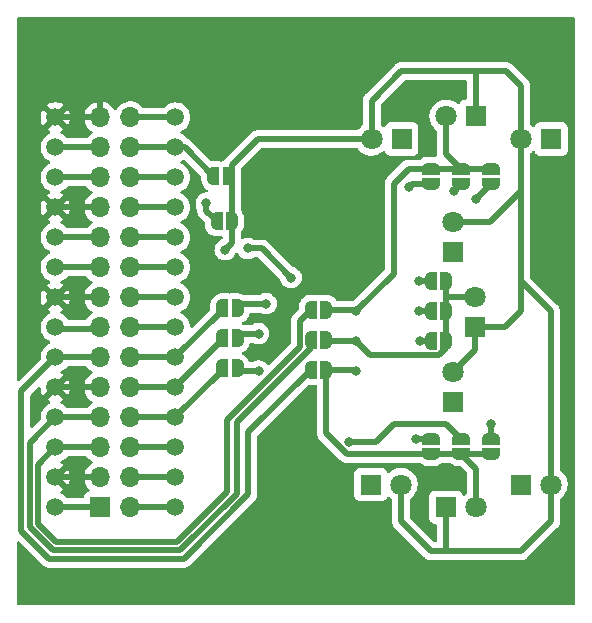
<source format=gbr>
%TF.GenerationSoftware,KiCad,Pcbnew,(6.0.4)*%
%TF.CreationDate,2024-03-23T19:03:43+02:00*%
%TF.ProjectId,EEE3088 Sensing,45454533-3038-4382-9053-656e73696e67,R1.0*%
%TF.SameCoordinates,Original*%
%TF.FileFunction,Copper,L2,Bot*%
%TF.FilePolarity,Positive*%
%FSLAX46Y46*%
G04 Gerber Fmt 4.6, Leading zero omitted, Abs format (unit mm)*
G04 Created by KiCad (PCBNEW (6.0.4)) date 2024-03-23 19:03:43*
%MOMM*%
%LPD*%
G01*
G04 APERTURE LIST*
G04 Aperture macros list*
%AMFreePoly0*
4,1,22,0.500000,-0.750000,0.000000,-0.750000,0.000000,-0.745033,-0.079941,-0.743568,-0.215256,-0.701293,-0.333266,-0.622738,-0.424486,-0.514219,-0.481581,-0.384460,-0.499164,-0.250000,-0.500000,-0.250000,-0.500000,0.250000,-0.499164,0.250000,-0.499963,0.256109,-0.478152,0.396186,-0.417904,0.524511,-0.324060,0.630769,-0.204165,0.706417,-0.067858,0.745374,0.000000,0.744959,0.000000,0.750000,
0.500000,0.750000,0.500000,-0.750000,0.500000,-0.750000,$1*%
%AMFreePoly1*
4,1,20,0.000000,0.744959,0.073905,0.744508,0.209726,0.703889,0.328688,0.626782,0.421226,0.519385,0.479903,0.390333,0.500000,0.250000,0.500000,-0.250000,0.499851,-0.262216,0.476331,-0.402017,0.414519,-0.529596,0.319384,-0.634700,0.198574,-0.708877,0.061801,-0.746166,0.000000,-0.745033,0.000000,-0.750000,-0.500000,-0.750000,-0.500000,0.750000,0.000000,0.750000,0.000000,0.744959,
0.000000,0.744959,$1*%
G04 Aperture macros list end*
%TA.AperFunction,ComponentPad*%
%ADD10R,1.800000X1.800000*%
%TD*%
%TA.AperFunction,ComponentPad*%
%ADD11C,1.800000*%
%TD*%
%TA.AperFunction,SMDPad,CuDef*%
%ADD12C,1.500000*%
%TD*%
%TA.AperFunction,SMDPad,CuDef*%
%ADD13FreePoly0,90.000000*%
%TD*%
%TA.AperFunction,SMDPad,CuDef*%
%ADD14FreePoly1,90.000000*%
%TD*%
%TA.AperFunction,SMDPad,CuDef*%
%ADD15FreePoly0,0.000000*%
%TD*%
%TA.AperFunction,SMDPad,CuDef*%
%ADD16FreePoly1,0.000000*%
%TD*%
%TA.AperFunction,SMDPad,CuDef*%
%ADD17FreePoly0,270.000000*%
%TD*%
%TA.AperFunction,SMDPad,CuDef*%
%ADD18FreePoly1,270.000000*%
%TD*%
%TA.AperFunction,ComponentPad*%
%ADD19R,1.700000X1.700000*%
%TD*%
%TA.AperFunction,ComponentPad*%
%ADD20O,1.700000X1.700000*%
%TD*%
%TA.AperFunction,ViaPad*%
%ADD21C,0.800000*%
%TD*%
%TA.AperFunction,Conductor*%
%ADD22C,0.500000*%
%TD*%
G04 APERTURE END LIST*
D10*
%TO.P,Q6,1,C*%
%TO.N,vcc*%
X148590000Y-89000000D03*
D11*
%TO.P,Q6,2,E*%
%TO.N,VoutR*%
X151130000Y-89000000D03*
%TD*%
D10*
%TO.P,D2,1,K*%
%TO.N,Net-(D2-Pad1)*%
X144830000Y-57815000D03*
D11*
%TO.P,D2,2,A*%
%TO.N,vcc*%
X142290000Y-57815000D03*
%TD*%
D10*
%TO.P,Q4,1,C*%
%TO.N,vcc*%
X151080000Y-73760000D03*
D11*
%TO.P,Q4,2,E*%
%TO.N,VoutM*%
X151080000Y-71220000D03*
%TD*%
D10*
%TO.P,Q5,1,C*%
%TO.N,vcc*%
X151130000Y-55880000D03*
D11*
%TO.P,Q5,2,E*%
%TO.N,VoutL*%
X148590000Y-55880000D03*
%TD*%
D10*
%TO.P,D6,1,K*%
%TO.N,Net-(D6-Pad1)*%
X142235000Y-87065000D03*
D11*
%TO.P,D6,2,A*%
%TO.N,vcc*%
X144775000Y-87065000D03*
%TD*%
D10*
%TO.P,D1,1,K*%
%TO.N,Net-(D1-Pad1)*%
X149145000Y-67415000D03*
D11*
%TO.P,D1,2,A*%
%TO.N,vcc*%
X149145000Y-64875000D03*
%TD*%
D10*
%TO.P,D5,1,K*%
%TO.N,Net-(D5-Pad1)*%
X157485000Y-57815000D03*
D11*
%TO.P,D5,2,A*%
%TO.N,vcc*%
X154945000Y-57815000D03*
%TD*%
D10*
%TO.P,D4,1,K*%
%TO.N,Net-(D4-Pad1)*%
X149145000Y-80115000D03*
D11*
%TO.P,D4,2,A*%
%TO.N,vcc*%
X149145000Y-77575000D03*
%TD*%
D10*
%TO.P,D3,1,K*%
%TO.N,Net-(D3-Pad1)*%
X154935000Y-87065000D03*
D11*
%TO.P,D3,2,A*%
%TO.N,vcc*%
X157475000Y-87065000D03*
%TD*%
D12*
%TO.P,TP12,1,1*%
%TO.N,PC5*%
X115520000Y-61060000D03*
%TD*%
%TO.P,TP14,1,1*%
%TO.N,GND*%
X115520000Y-63600000D03*
%TD*%
%TO.P,TP2,1,1*%
%TO.N,GND*%
X115520000Y-55980000D03*
%TD*%
D13*
%TO.P,5,1,A*%
%TO.N,Net-(C5-Pad1)*%
X149860000Y-61610000D03*
D14*
%TO.P,5,2,B*%
%TO.N,VoutL*%
X149860000Y-60310000D03*
%TD*%
D12*
%TO.P,TP4,1,1*%
%TO.N,PA4*%
X115520000Y-81380000D03*
%TD*%
D15*
%TO.P,15,1,A*%
%TO.N,PE14*%
X129652000Y-74676000D03*
D16*
%TO.P,15,2,B*%
%TO.N,VinM*%
X130952000Y-74676000D03*
%TD*%
D15*
%TO.P,10,1,A*%
%TO.N,BATT*%
X128890000Y-60960000D03*
D16*
%TO.P,10,2,B*%
%TO.N,vcc*%
X130190000Y-60960000D03*
%TD*%
D15*
%TO.P,4,1,A*%
%TO.N,Net-(C4-Pad1)*%
X147290000Y-72390000D03*
D16*
%TO.P,4,2,B*%
%TO.N,VoutM*%
X148590000Y-72390000D03*
%TD*%
D12*
%TO.P,TP18,1,1*%
%TO.N,PE15*%
X125680000Y-81380000D03*
%TD*%
%TO.P,TP21,1,1*%
%TO.N,PE12*%
X125680000Y-73760000D03*
%TD*%
%TO.P,TP11,1,1*%
%TO.N,GND*%
X115520000Y-71220000D03*
%TD*%
%TO.P,TP16,1,1*%
%TO.N,BATT*%
X125680000Y-58520000D03*
%TD*%
%TO.P,TP1,1,1*%
%TO.N,RESV3*%
X115520000Y-89000000D03*
%TD*%
D13*
%TO.P,2,1,A*%
%TO.N,Net-(C2-Pad1)*%
X147320000Y-61610000D03*
D14*
%TO.P,2,2,B*%
%TO.N,VoutL*%
X147320000Y-60310000D03*
%TD*%
D12*
%TO.P,TP28,1,1*%
%TO.N,3V3*%
X125680000Y-55980000D03*
%TD*%
D15*
%TO.P,13,1,A*%
%TO.N,PA3*%
X137160000Y-72263000D03*
D16*
%TO.P,13,2,B*%
%TO.N,VoutL*%
X138460000Y-72263000D03*
%TD*%
D12*
%TO.P,TP19,1,1*%
%TO.N,PE14*%
X125680000Y-78840000D03*
%TD*%
D17*
%TO.P,3,1,A*%
%TO.N,Net-(C3-Pad1)*%
X152400000Y-83170000D03*
D18*
%TO.P,3,2,B*%
%TO.N,VoutR*%
X152400000Y-84470000D03*
%TD*%
D12*
%TO.P,TP24,1,1*%
%TO.N,PE9*%
X125680000Y-66140000D03*
%TD*%
%TO.P,TP17,1,1*%
%TO.N,RESV2*%
X125680000Y-83920000D03*
%TD*%
%TO.P,TP8,1,1*%
%TO.N,GND*%
X115520000Y-78840000D03*
%TD*%
%TO.P,TP26,1,1*%
%TO.N,RESV1*%
X125680000Y-61060000D03*
%TD*%
D15*
%TO.P,17,1,A*%
%TO.N,PE15*%
X129637000Y-77216000D03*
D16*
%TO.P,17,2,B*%
%TO.N,VinR*%
X130937000Y-77216000D03*
%TD*%
D12*
%TO.P,TP7,1,1*%
%TO.N,PA6*%
X115520000Y-73761600D03*
%TD*%
%TO.P,TP10,1,1*%
%TO.N,PC4*%
X115520000Y-66140000D03*
%TD*%
%TO.P,TP9,1,1*%
%TO.N,PA7*%
X115520000Y-68680000D03*
%TD*%
%TO.P,TP5,1,1*%
%TO.N,GND*%
X115520000Y-86460000D03*
%TD*%
D15*
%TO.P,1,1,A*%
%TO.N,Net-(C1-Pad1)*%
X147290000Y-69850000D03*
D16*
%TO.P,1,2,B*%
%TO.N,VoutM*%
X148590000Y-69850000D03*
%TD*%
D12*
%TO.P,TP6,1,1*%
%TO.N,PA5*%
X115520000Y-76300000D03*
%TD*%
%TO.P,TP15,1,1*%
%TO.N,3V3*%
X125680000Y-89000000D03*
%TD*%
D17*
%TO.P,9,1,A*%
%TO.N,Net-(C9-Pad1)*%
X147320000Y-83170000D03*
D18*
%TO.P,9,2,B*%
%TO.N,VoutR*%
X147320000Y-84470000D03*
%TD*%
D15*
%TO.P,14,1,A*%
%TO.N,PA4*%
X137160000Y-74803000D03*
D16*
%TO.P,14,2,B*%
%TO.N,VoutM*%
X138460000Y-74803000D03*
%TD*%
D12*
%TO.P,TP13,1,1*%
%TO.N,AB0*%
X115520000Y-58520000D03*
%TD*%
%TO.P,TP20,1,1*%
%TO.N,PE13*%
X125680000Y-76300000D03*
%TD*%
D19*
%TO.P,J1,1,Pin_1*%
%TO.N,RESV3*%
X119325000Y-89000000D03*
D20*
%TO.P,J1,2,Pin_2*%
%TO.N,3V3*%
X121865000Y-89000000D03*
%TO.P,J1,3,Pin_3*%
%TO.N,GND*%
X119325000Y-86460000D03*
%TO.P,J1,4,Pin_4*%
%TO.N,BATT*%
X121865000Y-86460000D03*
%TO.P,J1,5,Pin_5*%
%TO.N,PA3*%
X119325000Y-83920000D03*
%TO.P,J1,6,Pin_6*%
%TO.N,RESV2*%
X121865000Y-83920000D03*
%TO.P,J1,7,Pin_7*%
%TO.N,PA4*%
X119325000Y-81380000D03*
%TO.P,J1,8,Pin_8*%
%TO.N,PE15*%
X121865000Y-81380000D03*
%TO.P,J1,9,Pin_9*%
%TO.N,GND*%
X119325000Y-78840000D03*
%TO.P,J1,10,Pin_10*%
%TO.N,PE14*%
X121865000Y-78840000D03*
%TO.P,J1,11,Pin_11*%
%TO.N,PA5*%
X119325000Y-76300000D03*
%TO.P,J1,12,Pin_12*%
%TO.N,PE13*%
X121865000Y-76300000D03*
%TO.P,J1,13,Pin_13*%
%TO.N,PA6*%
X119325000Y-73760000D03*
%TO.P,J1,14,Pin_14*%
%TO.N,PE12*%
X121865000Y-73760000D03*
%TO.P,J1,15,Pin_15*%
%TO.N,GND*%
X119325000Y-71220000D03*
%TO.P,J1,16,Pin_16*%
%TO.N,PE11*%
X121865000Y-71220000D03*
%TO.P,J1,17,Pin_17*%
%TO.N,PA7*%
X119325000Y-68680000D03*
%TO.P,J1,18,Pin_18*%
%TO.N,PE10*%
X121865000Y-68680000D03*
%TO.P,J1,19,Pin_19*%
%TO.N,PC4*%
X119325000Y-66140000D03*
%TO.P,J1,20,Pin_20*%
%TO.N,PE9*%
X121865000Y-66140000D03*
%TO.P,J1,21,Pin_21*%
%TO.N,GND*%
X119325000Y-63600000D03*
%TO.P,J1,22,Pin_22*%
%TO.N,PE8*%
X121865000Y-63600000D03*
%TO.P,J1,23,Pin_23*%
%TO.N,PC5*%
X119325000Y-61060000D03*
%TO.P,J1,24,Pin_24*%
%TO.N,RESV1*%
X121865000Y-61060000D03*
%TO.P,J1,25,Pin_25*%
%TO.N,AB0*%
X119325000Y-58520000D03*
%TO.P,J1,26,Pin_26*%
%TO.N,BATT*%
X121865000Y-58520000D03*
%TO.P,J1,27,Pin_27*%
%TO.N,GND*%
X119325000Y-55980000D03*
%TO.P,J1,28,Pin_28*%
%TO.N,3V3*%
X121865000Y-55980000D03*
%TD*%
D12*
%TO.P,TP22,1,1*%
%TO.N,PE11*%
X125680000Y-71220000D03*
%TD*%
D13*
%TO.P,8,1,A*%
%TO.N,Net-(C8-Pad1)*%
X152400000Y-61610000D03*
D14*
%TO.P,8,2,B*%
%TO.N,VoutL*%
X152400000Y-60310000D03*
%TD*%
D15*
%TO.P,7,1,A*%
%TO.N,Net-(C7-Pad1)*%
X147320000Y-74930000D03*
D16*
%TO.P,7,2,B*%
%TO.N,VoutM*%
X148620000Y-74930000D03*
%TD*%
D12*
%TO.P,TP27,1,1*%
%TO.N,BATT*%
X125680000Y-86460000D03*
%TD*%
D15*
%TO.P,11,1,A*%
%TO.N,3V3*%
X129159000Y-64770000D03*
D16*
%TO.P,11,2,B*%
%TO.N,vcc*%
X130459000Y-64770000D03*
%TD*%
D12*
%TO.P,TP3,1,1*%
%TO.N,PA3*%
X115520000Y-83920000D03*
%TD*%
D15*
%TO.P,12,1,A*%
%TO.N,PE13*%
X129637000Y-72136000D03*
D16*
%TO.P,12,2,B*%
%TO.N,VinL*%
X130937000Y-72136000D03*
%TD*%
D12*
%TO.P,TP25,1,1*%
%TO.N,PE8*%
X125680000Y-63600000D03*
%TD*%
D17*
%TO.P,6,1,A*%
%TO.N,Net-(C6-Pad1)*%
X149860000Y-83170000D03*
D18*
%TO.P,6,2,B*%
%TO.N,VoutR*%
X149860000Y-84470000D03*
%TD*%
D15*
%TO.P,16,1,A*%
%TO.N,PA5*%
X137130000Y-77343000D03*
D16*
%TO.P,16,2,B*%
%TO.N,VoutR*%
X138430000Y-77343000D03*
%TD*%
D12*
%TO.P,TP23,1,1*%
%TO.N,PE10*%
X125680000Y-68680000D03*
%TD*%
D21*
%TO.N,vcc*%
X129895600Y-67183000D03*
%TO.N,3V3*%
X128295400Y-63246000D03*
%TO.N,GND*%
X139242800Y-67640200D03*
X137134600Y-65786000D03*
%TO.N,VinM*%
X132715000Y-74295000D03*
%TO.N,VoutM*%
X140970000Y-74930000D03*
%TO.N,Net-(C1-Pad1)*%
X146278600Y-69824600D03*
%TO.N,Net-(C2-Pad1)*%
X145415000Y-61885020D03*
%TO.N,Net-(C3-Pad1)*%
X152400000Y-81915000D03*
%TO.N,VoutL*%
X140970000Y-72390000D03*
%TO.N,VoutR*%
X140970000Y-77470000D03*
%TO.N,Net-(C4-Pad1)*%
X146304000Y-72390000D03*
%TO.N,Net-(C5-Pad1)*%
X149225000Y-62230000D03*
%TO.N,Net-(C6-Pad1)*%
X140335000Y-83426461D03*
%TO.N,Net-(C7-Pad1)*%
X146354800Y-74955400D03*
%TO.N,Net-(C8-Pad1)*%
X151130000Y-62865000D03*
%TO.N,Net-(C9-Pad1)*%
X146050000Y-83185000D03*
%TO.N,Net-(Q2-Pad1)*%
X131800600Y-67081400D03*
X135458200Y-69545200D03*
%TO.N,VinL*%
X133350000Y-71755000D03*
%TO.N,VinR*%
X132715000Y-77470000D03*
%TD*%
D22*
%TO.N,BATT*%
X125680000Y-58520000D02*
X126450000Y-58520000D01*
X126450000Y-58520000D02*
X128890000Y-60960000D01*
X121865000Y-58520000D02*
X125680000Y-58520000D01*
X125680000Y-86460000D02*
X121865000Y-86460000D01*
%TO.N,vcc*%
X157475000Y-72385000D02*
X154940000Y-69850000D01*
X144780000Y-52070000D02*
X151130000Y-52070000D01*
X151080000Y-75640000D02*
X151080000Y-73760000D01*
X153570000Y-73760000D02*
X154940000Y-72390000D01*
X148590000Y-92710000D02*
X147320000Y-92710000D01*
X148590000Y-92710000D02*
X148590000Y-89000000D01*
X130459000Y-66619600D02*
X129895600Y-67183000D01*
X142290000Y-57815000D02*
X142290000Y-54560000D01*
X157475000Y-87065000D02*
X157475000Y-72385000D01*
X154945000Y-53345000D02*
X154945000Y-57815000D01*
X157475000Y-90165000D02*
X157480000Y-90170000D01*
X130459000Y-60041000D02*
X132685000Y-57815000D01*
X149145000Y-77575000D02*
X151080000Y-75640000D01*
X130459000Y-64770000D02*
X130459000Y-66619600D01*
X154940000Y-72390000D02*
X154940000Y-62230000D01*
X151130000Y-52070000D02*
X151130000Y-55880000D01*
X157475000Y-87065000D02*
X157475000Y-90165000D01*
X151080000Y-73760000D02*
X153570000Y-73760000D01*
X152295000Y-64875000D02*
X154945000Y-62225000D01*
X154945000Y-62225000D02*
X154945000Y-57815000D01*
X154940000Y-92710000D02*
X148590000Y-92710000D01*
X149145000Y-64875000D02*
X152295000Y-64875000D01*
X151130000Y-52070000D02*
X153670000Y-52070000D01*
X130459000Y-64643000D02*
X130459000Y-60041000D01*
X132685000Y-57815000D02*
X142290000Y-57815000D01*
X153670000Y-52070000D02*
X154945000Y-53345000D01*
X147320000Y-92710000D02*
X144775000Y-90165000D01*
X157480000Y-90170000D02*
X154940000Y-92710000D01*
X144775000Y-90165000D02*
X144775000Y-87065000D01*
X142290000Y-54560000D02*
X144780000Y-52070000D01*
%TO.N,3V3*%
X121865000Y-89000000D02*
X125680000Y-89000000D01*
X125680000Y-55980000D02*
X121865000Y-55980000D01*
X128295400Y-63906400D02*
X129159000Y-64770000D01*
X128295400Y-63246000D02*
X128295400Y-63906400D01*
%TO.N,RESV3*%
X115520000Y-89000000D02*
X119325000Y-89000000D01*
%TO.N,GND*%
X115520000Y-63600000D02*
X119325000Y-63600000D01*
X115520000Y-78840000D02*
X119325000Y-78840000D01*
X115520000Y-86460000D02*
X119325000Y-86460000D01*
X115520000Y-55980000D02*
X119325000Y-55980000D01*
X138988800Y-67640200D02*
X137134600Y-65786000D01*
X139242800Y-67640200D02*
X138988800Y-67640200D01*
X115520000Y-71220000D02*
X119325000Y-71220000D01*
%TO.N,PA3*%
X115520000Y-83920000D02*
X119325000Y-83920000D01*
X136210489Y-75449041D02*
X130073400Y-81586130D01*
X115570355Y-91935965D02*
X114034320Y-90399930D01*
X125794165Y-91935965D02*
X115570355Y-91935965D01*
X130073400Y-87656730D02*
X125794165Y-91935965D01*
X136210489Y-73212511D02*
X136210489Y-75449041D01*
X114034320Y-85405680D02*
X115520000Y-83920000D01*
X114034320Y-90399930D02*
X114034320Y-85405680D01*
X130073400Y-81586130D02*
X130073400Y-87656730D01*
X137160000Y-72263000D02*
X136210489Y-73212511D01*
%TO.N,RESV2*%
X121865000Y-83920000D02*
X125680000Y-83920000D01*
%TO.N,PA4*%
X115520000Y-81380000D02*
X119325000Y-81380000D01*
X115280605Y-92635485D02*
X113334800Y-90689680D01*
X113334800Y-90689680D02*
X113334800Y-83565200D01*
X130860800Y-81788000D02*
X130860800Y-87858600D01*
X137160000Y-74803000D02*
X137160000Y-75488800D01*
X130860800Y-87858600D02*
X126083915Y-92635485D01*
X137160000Y-75488800D02*
X130860800Y-81788000D01*
X113334800Y-83565200D02*
X115520000Y-81380000D01*
X126083915Y-92635485D02*
X115280605Y-92635485D01*
%TO.N,PE15*%
X129637000Y-77423000D02*
X129637000Y-77216000D01*
X125680000Y-81380000D02*
X129637000Y-77423000D01*
X125680000Y-81380000D02*
X121865000Y-81380000D01*
%TO.N,PE14*%
X121865000Y-78840000D02*
X125680000Y-78840000D01*
X129652000Y-74868000D02*
X129652000Y-74676000D01*
X125680000Y-78840000D02*
X129652000Y-74868000D01*
%TO.N,PA5*%
X115520000Y-76300000D02*
X119325000Y-76300000D01*
X115000849Y-93344999D02*
X112635281Y-90979431D01*
X112635281Y-90979431D02*
X112635281Y-79184719D01*
X131826000Y-82647000D02*
X131826000Y-87882670D01*
X126363671Y-93344999D02*
X115000849Y-93344999D01*
X137130000Y-77343000D02*
X131826000Y-82647000D01*
X131826000Y-87882670D02*
X126363671Y-93344999D01*
X112635281Y-79184719D02*
X115520000Y-76300000D01*
%TO.N,PE13*%
X129637000Y-72343000D02*
X129637000Y-72136000D01*
X125680000Y-76300000D02*
X121865000Y-76300000D01*
X125680000Y-76300000D02*
X129637000Y-72343000D01*
%TO.N,PA6*%
X119225000Y-73860000D02*
X119325000Y-73760000D01*
X115520000Y-73860000D02*
X119225000Y-73860000D01*
%TO.N,PE12*%
X121865000Y-73760000D02*
X125680000Y-73760000D01*
%TO.N,PE11*%
X125680000Y-71220000D02*
X121865000Y-71220000D01*
%TO.N,PA7*%
X115520000Y-68680000D02*
X119325000Y-68680000D01*
%TO.N,PE10*%
X121865000Y-68680000D02*
X125680000Y-68680000D01*
%TO.N,PC4*%
X115520000Y-66140000D02*
X119325000Y-66140000D01*
%TO.N,PE9*%
X125680000Y-66140000D02*
X121865000Y-66140000D01*
%TO.N,PE8*%
X121865000Y-63600000D02*
X125680000Y-63600000D01*
%TO.N,PC5*%
X115520000Y-61060000D02*
X119325000Y-61060000D01*
%TO.N,RESV1*%
X125680000Y-61060000D02*
X121865000Y-61060000D01*
%TO.N,AB0*%
X115520000Y-58520000D02*
X119325000Y-58520000D01*
%TO.N,VinM*%
X131333000Y-74295000D02*
X130952000Y-74676000D01*
X132715000Y-74295000D02*
X131333000Y-74295000D01*
%TO.N,VoutM*%
X148620000Y-71150000D02*
X148620000Y-69880000D01*
X151080000Y-71220000D02*
X148690000Y-71220000D01*
X148006207Y-76129511D02*
X142169511Y-76129511D01*
X148620000Y-74930000D02*
X148620000Y-75515718D01*
X148620000Y-74930000D02*
X148620000Y-71150000D01*
X142169511Y-76129511D02*
X140970000Y-74930000D01*
X148620000Y-75515718D02*
X148006207Y-76129511D01*
X148690000Y-71220000D02*
X148620000Y-71150000D01*
X138460000Y-74803000D02*
X138587000Y-74930000D01*
X148620000Y-69880000D02*
X148590000Y-69850000D01*
X138587000Y-74930000D02*
X140970000Y-74930000D01*
%TO.N,Net-(C1-Pad1)*%
X147264600Y-69824600D02*
X147290000Y-69850000D01*
X146278600Y-69824600D02*
X147264600Y-69824600D01*
%TO.N,Net-(C2-Pad1)*%
X145415000Y-61885020D02*
X145690020Y-61610000D01*
X145690020Y-61610000D02*
X147320000Y-61610000D01*
%TO.N,Net-(C3-Pad1)*%
X152400000Y-83170000D02*
X152400000Y-81915000D01*
%TO.N,VoutL*%
X145430000Y-60310000D02*
X147320000Y-60310000D01*
X148590000Y-59040000D02*
X149860000Y-60310000D01*
X148590000Y-55880000D02*
X148590000Y-59040000D01*
X149860000Y-60310000D02*
X147320000Y-60310000D01*
X138460000Y-72263000D02*
X140843000Y-72263000D01*
X144145000Y-61595000D02*
X145430000Y-60310000D01*
X144145000Y-69215000D02*
X144145000Y-61595000D01*
X140970000Y-72390000D02*
X144145000Y-69215000D01*
X149860000Y-60310000D02*
X152400000Y-60310000D01*
X140843000Y-72263000D02*
X140970000Y-72390000D01*
%TO.N,VoutR*%
X140843000Y-77343000D02*
X140970000Y-77470000D01*
X138430000Y-77343000D02*
X138430000Y-82722852D01*
X152400000Y-84470000D02*
X147320000Y-84470000D01*
X138430000Y-82722852D02*
X140177148Y-84470000D01*
X151130000Y-85740000D02*
X149860000Y-84470000D01*
X140177148Y-84470000D02*
X147320000Y-84470000D01*
X138430000Y-77343000D02*
X140843000Y-77343000D01*
X151130000Y-89000000D02*
X151130000Y-85740000D01*
%TO.N,Net-(C4-Pad1)*%
X146304000Y-72390000D02*
X147290000Y-72390000D01*
%TO.N,Net-(C5-Pad1)*%
X149225000Y-62230000D02*
X149240000Y-62230000D01*
X149240000Y-62230000D02*
X149860000Y-61610000D01*
%TO.N,Net-(C6-Pad1)*%
X142633539Y-83426461D02*
X144145000Y-81915000D01*
X140335000Y-83426461D02*
X142633539Y-83426461D01*
X144145000Y-81915000D02*
X148605000Y-81915000D01*
X148605000Y-81915000D02*
X149860000Y-83170000D01*
%TO.N,Net-(C7-Pad1)*%
X147294600Y-74955400D02*
X147320000Y-74930000D01*
X146354800Y-74955400D02*
X147294600Y-74955400D01*
%TO.N,Net-(C8-Pad1)*%
X151130000Y-62865000D02*
X151145000Y-62865000D01*
X151145000Y-62865000D02*
X152400000Y-61610000D01*
%TO.N,Net-(C9-Pad1)*%
X146050000Y-83185000D02*
X147305000Y-83185000D01*
X147305000Y-83185000D02*
X147320000Y-83170000D01*
%TO.N,Net-(Q2-Pad1)*%
X131800600Y-67081400D02*
X132994400Y-67081400D01*
X132994400Y-67081400D02*
X135458200Y-69545200D01*
%TO.N,VinL*%
X133350000Y-71755000D02*
X131318000Y-71755000D01*
X131318000Y-71755000D02*
X130937000Y-72136000D01*
%TO.N,VinR*%
X132715000Y-77470000D02*
X131191000Y-77470000D01*
X131191000Y-77470000D02*
X130937000Y-77216000D01*
%TD*%
%TA.AperFunction,Conductor*%
%TO.N,GND*%
G36*
X159453621Y-47518502D02*
G01*
X159500114Y-47572158D01*
X159511500Y-47624500D01*
X159511500Y-97155500D01*
X159491498Y-97223621D01*
X159437842Y-97270114D01*
X159385500Y-97281500D01*
X112394500Y-97281500D01*
X112326379Y-97261498D01*
X112279886Y-97207842D01*
X112268500Y-97155500D01*
X112268500Y-91989521D01*
X112288502Y-91921400D01*
X112342158Y-91874907D01*
X112412432Y-91864803D01*
X112477012Y-91894297D01*
X112483595Y-91900426D01*
X114417079Y-93833910D01*
X114429465Y-93848322D01*
X114437998Y-93859917D01*
X114438003Y-93859922D01*
X114442341Y-93865817D01*
X114447919Y-93870556D01*
X114447922Y-93870559D01*
X114482617Y-93900034D01*
X114490133Y-93906964D01*
X114495828Y-93912659D01*
X114498710Y-93914939D01*
X114518100Y-93930280D01*
X114521504Y-93933071D01*
X114571552Y-93975590D01*
X114577134Y-93980332D01*
X114583650Y-93983660D01*
X114588699Y-93987027D01*
X114593828Y-93990194D01*
X114599565Y-93994733D01*
X114665724Y-94025654D01*
X114669618Y-94027557D01*
X114734657Y-94060768D01*
X114741765Y-94062507D01*
X114747408Y-94064606D01*
X114753171Y-94066523D01*
X114759799Y-94069621D01*
X114766961Y-94071111D01*
X114766962Y-94071111D01*
X114831261Y-94084485D01*
X114835545Y-94085455D01*
X114906459Y-94102807D01*
X114912061Y-94103155D01*
X114912064Y-94103155D01*
X114917613Y-94103499D01*
X114917611Y-94103535D01*
X114921604Y-94103774D01*
X114925796Y-94104148D01*
X114932964Y-94105639D01*
X115010369Y-94103545D01*
X115013777Y-94103499D01*
X126296601Y-94103499D01*
X126315551Y-94104932D01*
X126329786Y-94107098D01*
X126329790Y-94107098D01*
X126337020Y-94108198D01*
X126344312Y-94107605D01*
X126344315Y-94107605D01*
X126389689Y-94103914D01*
X126399904Y-94103499D01*
X126407964Y-94103499D01*
X126425351Y-94101472D01*
X126436178Y-94100210D01*
X126440553Y-94099777D01*
X126506010Y-94094453D01*
X126506013Y-94094452D01*
X126513308Y-94093859D01*
X126520272Y-94091603D01*
X126526231Y-94090412D01*
X126532086Y-94089028D01*
X126539352Y-94088181D01*
X126607998Y-94063264D01*
X126612126Y-94061847D01*
X126674607Y-94041606D01*
X126674609Y-94041605D01*
X126681570Y-94039350D01*
X126687825Y-94035554D01*
X126693299Y-94033048D01*
X126698729Y-94030329D01*
X126705608Y-94027832D01*
X126711729Y-94023819D01*
X126766647Y-93987813D01*
X126770351Y-93985476D01*
X126832778Y-93947594D01*
X126841155Y-93940196D01*
X126841179Y-93940223D01*
X126844171Y-93937570D01*
X126847404Y-93934867D01*
X126853523Y-93930855D01*
X126906799Y-93874616D01*
X126909177Y-93872174D01*
X132314911Y-88466440D01*
X132329323Y-88454054D01*
X132340918Y-88445521D01*
X132340923Y-88445516D01*
X132346818Y-88441178D01*
X132351557Y-88435600D01*
X132351560Y-88435597D01*
X132381035Y-88400902D01*
X132387965Y-88393386D01*
X132393661Y-88387690D01*
X132395924Y-88384829D01*
X132395929Y-88384824D01*
X132411293Y-88365404D01*
X132414082Y-88362003D01*
X132415743Y-88360048D01*
X132461333Y-88306385D01*
X132464659Y-88299872D01*
X132468020Y-88294833D01*
X132471196Y-88289691D01*
X132475734Y-88283954D01*
X132506655Y-88217795D01*
X132508561Y-88213895D01*
X132513973Y-88203297D01*
X132541769Y-88148862D01*
X132543508Y-88141753D01*
X132545604Y-88136119D01*
X132547523Y-88130349D01*
X132550622Y-88123720D01*
X132555875Y-88098469D01*
X132565490Y-88052241D01*
X132566461Y-88047952D01*
X132568484Y-88039684D01*
X132583808Y-87977060D01*
X132584500Y-87965906D01*
X132584535Y-87965908D01*
X132584775Y-87961936D01*
X132585152Y-87957715D01*
X132586641Y-87950555D01*
X132584546Y-87873128D01*
X132584500Y-87869720D01*
X132584500Y-83013371D01*
X132604502Y-82945250D01*
X132621405Y-82924276D01*
X136908660Y-78637021D01*
X136970972Y-78602995D01*
X137017897Y-78601736D01*
X137039821Y-78605287D01*
X137106782Y-78606514D01*
X137178539Y-78607830D01*
X137178541Y-78607830D01*
X137183020Y-78607912D01*
X137187465Y-78607359D01*
X137191944Y-78607122D01*
X137191951Y-78607249D01*
X137200339Y-78606729D01*
X137545500Y-78606729D01*
X137613621Y-78626731D01*
X137660114Y-78680387D01*
X137671500Y-78732729D01*
X137671500Y-82655782D01*
X137670067Y-82674732D01*
X137666801Y-82696201D01*
X137667394Y-82703493D01*
X137667394Y-82703496D01*
X137671085Y-82748870D01*
X137671500Y-82759085D01*
X137671500Y-82767145D01*
X137671925Y-82770789D01*
X137674789Y-82795359D01*
X137675222Y-82799734D01*
X137676662Y-82817432D01*
X137681140Y-82872489D01*
X137683396Y-82879453D01*
X137684587Y-82885412D01*
X137685971Y-82891267D01*
X137686818Y-82898533D01*
X137711735Y-82967179D01*
X137713152Y-82971307D01*
X137720586Y-82994253D01*
X137735649Y-83040751D01*
X137739445Y-83047006D01*
X137741951Y-83052480D01*
X137744670Y-83057910D01*
X137747167Y-83064789D01*
X137751180Y-83070909D01*
X137751180Y-83070910D01*
X137787186Y-83125828D01*
X137789523Y-83129532D01*
X137827405Y-83191959D01*
X137831121Y-83196167D01*
X137831122Y-83196168D01*
X137834803Y-83200336D01*
X137834776Y-83200360D01*
X137837429Y-83203352D01*
X137840132Y-83206585D01*
X137844144Y-83212704D01*
X137849456Y-83217736D01*
X137900383Y-83265980D01*
X137902825Y-83268358D01*
X139593378Y-84958911D01*
X139605764Y-84973323D01*
X139614297Y-84984918D01*
X139614302Y-84984923D01*
X139618640Y-84990818D01*
X139624218Y-84995557D01*
X139624221Y-84995560D01*
X139658916Y-85025035D01*
X139666432Y-85031965D01*
X139672127Y-85037660D01*
X139675009Y-85039940D01*
X139694399Y-85055281D01*
X139697803Y-85058072D01*
X139747851Y-85100591D01*
X139753433Y-85105333D01*
X139759949Y-85108661D01*
X139764998Y-85112028D01*
X139770127Y-85115195D01*
X139775864Y-85119734D01*
X139842023Y-85150655D01*
X139845917Y-85152558D01*
X139910956Y-85185769D01*
X139918064Y-85187508D01*
X139923707Y-85189607D01*
X139929470Y-85191524D01*
X139936098Y-85194622D01*
X139943260Y-85196112D01*
X139943261Y-85196112D01*
X140007560Y-85209486D01*
X140011844Y-85210456D01*
X140082758Y-85227808D01*
X140088360Y-85228156D01*
X140088363Y-85228156D01*
X140093912Y-85228500D01*
X140093910Y-85228536D01*
X140097903Y-85228775D01*
X140102095Y-85229149D01*
X140109263Y-85230640D01*
X140186668Y-85228546D01*
X140190076Y-85228500D01*
X146348753Y-85228500D01*
X146416874Y-85248502D01*
X146433308Y-85261084D01*
X146442776Y-85269654D01*
X146446492Y-85272161D01*
X146446494Y-85272162D01*
X146559817Y-85348599D01*
X146559822Y-85348602D01*
X146563536Y-85351107D01*
X146567573Y-85353063D01*
X146567575Y-85353064D01*
X146588531Y-85363217D01*
X146692428Y-85413554D01*
X146831188Y-85457838D01*
X146972426Y-85481600D01*
X147051373Y-85488682D01*
X147053795Y-85488712D01*
X147053802Y-85488712D01*
X147057116Y-85488752D01*
X147063715Y-85488833D01*
X147138035Y-85483995D01*
X147146221Y-85483729D01*
X147490519Y-85483729D01*
X147501778Y-85484233D01*
X147551373Y-85488682D01*
X147553795Y-85488712D01*
X147553802Y-85488712D01*
X147557116Y-85488752D01*
X147563715Y-85488833D01*
X147600007Y-85486471D01*
X147640408Y-85483841D01*
X147640418Y-85483840D01*
X147642829Y-85483683D01*
X147660202Y-85481195D01*
X147780161Y-85464016D01*
X147780167Y-85464015D01*
X147784606Y-85463379D01*
X147788911Y-85462120D01*
X147788916Y-85462119D01*
X147920108Y-85423755D01*
X147924410Y-85422497D01*
X148054789Y-85363217D01*
X148058560Y-85360805D01*
X148058568Y-85360801D01*
X148173721Y-85287157D01*
X148173722Y-85287156D01*
X148177497Y-85284742D01*
X148207317Y-85259048D01*
X148271979Y-85229733D01*
X148289565Y-85228500D01*
X148888753Y-85228500D01*
X148956874Y-85248502D01*
X148973308Y-85261084D01*
X148982776Y-85269654D01*
X148986492Y-85272161D01*
X148986494Y-85272162D01*
X149099817Y-85348599D01*
X149099822Y-85348602D01*
X149103536Y-85351107D01*
X149107573Y-85353063D01*
X149107575Y-85353064D01*
X149128531Y-85363217D01*
X149232428Y-85413554D01*
X149371188Y-85457838D01*
X149512426Y-85481600D01*
X149591373Y-85488682D01*
X149593795Y-85488712D01*
X149593802Y-85488712D01*
X149597116Y-85488752D01*
X149603715Y-85488833D01*
X149678035Y-85483995D01*
X149686221Y-85483729D01*
X149748858Y-85483729D01*
X149816979Y-85503731D01*
X149837953Y-85520634D01*
X150334595Y-86017276D01*
X150368621Y-86079588D01*
X150371500Y-86106371D01*
X150371500Y-87745127D01*
X150351498Y-87813248D01*
X150321154Y-87845886D01*
X150284871Y-87873128D01*
X150235619Y-87910108D01*
X150191655Y-87943117D01*
X150174711Y-87960848D01*
X150174170Y-87961414D01*
X150112646Y-87996844D01*
X150041733Y-87993387D01*
X149983947Y-87952141D01*
X149965094Y-87918592D01*
X149943768Y-87861705D01*
X149943767Y-87861703D01*
X149940615Y-87853295D01*
X149853261Y-87736739D01*
X149736705Y-87649385D01*
X149600316Y-87598255D01*
X149538134Y-87591500D01*
X147641866Y-87591500D01*
X147579684Y-87598255D01*
X147443295Y-87649385D01*
X147326739Y-87736739D01*
X147239385Y-87853295D01*
X147188255Y-87989684D01*
X147181500Y-88051866D01*
X147181500Y-89948134D01*
X147188255Y-90010316D01*
X147239385Y-90146705D01*
X147326739Y-90263261D01*
X147443295Y-90350615D01*
X147579684Y-90401745D01*
X147641866Y-90408500D01*
X147705500Y-90408500D01*
X147773621Y-90428502D01*
X147820114Y-90482158D01*
X147831500Y-90534500D01*
X147831500Y-91825500D01*
X147811498Y-91893621D01*
X147757842Y-91940114D01*
X147705500Y-91951500D01*
X147686371Y-91951500D01*
X147618250Y-91931498D01*
X147597276Y-91914595D01*
X145570405Y-89887724D01*
X145536379Y-89825412D01*
X145533500Y-89798629D01*
X145533500Y-88319052D01*
X145553502Y-88250931D01*
X145586332Y-88216473D01*
X145683039Y-88147493D01*
X145683042Y-88147491D01*
X145687243Y-88144494D01*
X145851303Y-87981005D01*
X145865006Y-87961936D01*
X145896151Y-87918592D01*
X145986458Y-87792917D01*
X145989512Y-87786739D01*
X146086784Y-87589922D01*
X146086785Y-87589920D01*
X146089078Y-87585280D01*
X146156408Y-87363671D01*
X146186640Y-87134041D01*
X146188327Y-87065000D01*
X146174110Y-86892076D01*
X146169773Y-86839318D01*
X146169772Y-86839312D01*
X146169349Y-86834167D01*
X146112925Y-86609533D01*
X146049196Y-86462966D01*
X146022630Y-86401868D01*
X146022628Y-86401865D01*
X146020570Y-86397131D01*
X145894764Y-86202665D01*
X145738887Y-86031358D01*
X145734836Y-86028159D01*
X145734832Y-86028155D01*
X145561177Y-85891011D01*
X145561172Y-85891008D01*
X145557123Y-85887810D01*
X145552607Y-85885317D01*
X145552604Y-85885315D01*
X145358879Y-85778373D01*
X145358875Y-85778371D01*
X145354355Y-85775876D01*
X145349486Y-85774152D01*
X145349482Y-85774150D01*
X145140903Y-85700288D01*
X145140899Y-85700287D01*
X145136028Y-85698562D01*
X145130935Y-85697655D01*
X145130932Y-85697654D01*
X144913095Y-85658851D01*
X144913089Y-85658850D01*
X144908006Y-85657945D01*
X144835096Y-85657054D01*
X144681581Y-85655179D01*
X144681579Y-85655179D01*
X144676411Y-85655116D01*
X144447464Y-85690150D01*
X144227314Y-85762106D01*
X144222726Y-85764494D01*
X144222722Y-85764496D01*
X144060253Y-85849072D01*
X144021872Y-85869052D01*
X144017739Y-85872155D01*
X144017736Y-85872157D01*
X143861710Y-85989305D01*
X143836655Y-86008117D01*
X143819170Y-86026414D01*
X143757646Y-86061844D01*
X143686733Y-86058387D01*
X143628947Y-86017141D01*
X143610094Y-85983592D01*
X143588768Y-85926705D01*
X143588767Y-85926703D01*
X143585615Y-85918295D01*
X143498261Y-85801739D01*
X143381705Y-85714385D01*
X143245316Y-85663255D01*
X143183134Y-85656500D01*
X141286866Y-85656500D01*
X141224684Y-85663255D01*
X141088295Y-85714385D01*
X140971739Y-85801739D01*
X140884385Y-85918295D01*
X140833255Y-86054684D01*
X140826500Y-86116866D01*
X140826500Y-88013134D01*
X140833255Y-88075316D01*
X140884385Y-88211705D01*
X140971739Y-88328261D01*
X141088295Y-88415615D01*
X141224684Y-88466745D01*
X141286866Y-88473500D01*
X143183134Y-88473500D01*
X143245316Y-88466745D01*
X143381705Y-88415615D01*
X143498261Y-88328261D01*
X143585615Y-88211705D01*
X143610180Y-88146178D01*
X143652822Y-88089414D01*
X143719383Y-88064714D01*
X143788732Y-88079921D01*
X143808647Y-88093464D01*
X143963517Y-88222039D01*
X143964349Y-88222730D01*
X143964206Y-88222902D01*
X144007101Y-88276570D01*
X144016500Y-88324321D01*
X144016500Y-90097930D01*
X144015067Y-90116880D01*
X144013229Y-90128964D01*
X144011801Y-90138349D01*
X144012394Y-90145641D01*
X144012394Y-90145644D01*
X144016085Y-90191018D01*
X144016500Y-90201233D01*
X144016500Y-90209293D01*
X144017417Y-90217158D01*
X144019789Y-90237507D01*
X144020222Y-90241882D01*
X144025534Y-90307185D01*
X144026140Y-90314637D01*
X144028396Y-90321601D01*
X144029587Y-90327560D01*
X144030971Y-90333415D01*
X144031818Y-90340681D01*
X144056735Y-90409327D01*
X144058152Y-90413455D01*
X144077299Y-90472557D01*
X144080649Y-90482899D01*
X144084445Y-90489154D01*
X144086951Y-90494628D01*
X144089670Y-90500058D01*
X144092167Y-90506937D01*
X144096180Y-90513057D01*
X144096180Y-90513058D01*
X144132186Y-90567976D01*
X144134523Y-90571680D01*
X144172405Y-90634107D01*
X144176121Y-90638315D01*
X144176122Y-90638316D01*
X144179803Y-90642484D01*
X144179776Y-90642508D01*
X144182429Y-90645500D01*
X144185132Y-90648733D01*
X144189144Y-90654852D01*
X144194456Y-90659884D01*
X144245383Y-90708128D01*
X144247825Y-90710506D01*
X146736230Y-93198911D01*
X146748616Y-93213323D01*
X146757149Y-93224918D01*
X146757154Y-93224923D01*
X146761492Y-93230818D01*
X146767070Y-93235557D01*
X146767073Y-93235560D01*
X146801768Y-93265035D01*
X146809284Y-93271965D01*
X146814980Y-93277661D01*
X146817841Y-93279924D01*
X146817846Y-93279929D01*
X146837266Y-93295293D01*
X146840667Y-93298082D01*
X146896285Y-93345333D01*
X146902805Y-93348662D01*
X146907852Y-93352028D01*
X146912976Y-93355193D01*
X146918717Y-93359735D01*
X146925348Y-93362834D01*
X146925351Y-93362836D01*
X146972723Y-93384976D01*
X146980949Y-93388820D01*
X146984830Y-93390634D01*
X146988776Y-93392562D01*
X147053808Y-93425769D01*
X147060914Y-93427508D01*
X147066564Y-93429609D01*
X147072321Y-93431524D01*
X147078950Y-93434622D01*
X147150435Y-93449491D01*
X147154701Y-93450457D01*
X147225610Y-93467808D01*
X147231212Y-93468156D01*
X147231215Y-93468156D01*
X147236764Y-93468500D01*
X147236762Y-93468535D01*
X147240734Y-93468775D01*
X147244955Y-93469152D01*
X147252115Y-93470641D01*
X147329542Y-93468546D01*
X147332950Y-93468500D01*
X148562165Y-93468500D01*
X148569966Y-93468742D01*
X148631298Y-93472547D01*
X148644260Y-93470320D01*
X148665596Y-93468500D01*
X154872930Y-93468500D01*
X154891880Y-93469933D01*
X154906115Y-93472099D01*
X154906119Y-93472099D01*
X154913349Y-93473199D01*
X154920641Y-93472606D01*
X154920644Y-93472606D01*
X154966018Y-93468915D01*
X154976233Y-93468500D01*
X154984293Y-93468500D01*
X155001680Y-93466473D01*
X155012507Y-93465211D01*
X155016882Y-93464778D01*
X155082339Y-93459454D01*
X155082342Y-93459453D01*
X155089637Y-93458860D01*
X155096601Y-93456604D01*
X155102560Y-93455413D01*
X155108415Y-93454029D01*
X155115681Y-93453182D01*
X155184327Y-93428265D01*
X155188455Y-93426848D01*
X155250936Y-93406607D01*
X155250938Y-93406606D01*
X155257899Y-93404351D01*
X155264154Y-93400555D01*
X155269628Y-93398049D01*
X155275058Y-93395330D01*
X155281937Y-93392833D01*
X155327690Y-93362836D01*
X155342976Y-93352814D01*
X155346680Y-93350477D01*
X155409107Y-93312595D01*
X155417484Y-93305197D01*
X155417508Y-93305224D01*
X155420500Y-93302571D01*
X155423733Y-93299868D01*
X155429852Y-93295856D01*
X155483128Y-93239617D01*
X155485506Y-93237175D01*
X157996650Y-90726031D01*
X158002337Y-90720685D01*
X158048404Y-90680000D01*
X158085635Y-90627319D01*
X158089716Y-90621864D01*
X158125191Y-90577026D01*
X158129734Y-90571284D01*
X158133756Y-90562679D01*
X158145003Y-90543315D01*
X158150484Y-90535560D01*
X158174610Y-90475695D01*
X158177315Y-90469477D01*
X158201519Y-90417689D01*
X158201521Y-90417683D01*
X158204621Y-90411050D01*
X158206552Y-90401764D01*
X158213046Y-90380324D01*
X158216598Y-90371511D01*
X158217698Y-90364281D01*
X158217699Y-90364277D01*
X158226302Y-90307723D01*
X158227509Y-90301014D01*
X158239150Y-90245048D01*
X158240640Y-90237885D01*
X158240383Y-90228401D01*
X158241771Y-90206036D01*
X158242099Y-90203883D01*
X158242099Y-90203880D01*
X158243199Y-90196651D01*
X158242540Y-90188543D01*
X158237970Y-90132368D01*
X158237601Y-90125559D01*
X158236055Y-90068402D01*
X158235857Y-90061080D01*
X158234536Y-90056100D01*
X158233500Y-90041637D01*
X158233500Y-88319052D01*
X158253502Y-88250931D01*
X158286332Y-88216473D01*
X158383039Y-88147493D01*
X158383042Y-88147491D01*
X158387243Y-88144494D01*
X158551303Y-87981005D01*
X158565006Y-87961936D01*
X158596151Y-87918592D01*
X158686458Y-87792917D01*
X158689512Y-87786739D01*
X158786784Y-87589922D01*
X158786785Y-87589920D01*
X158789078Y-87585280D01*
X158856408Y-87363671D01*
X158886640Y-87134041D01*
X158888327Y-87065000D01*
X158874110Y-86892076D01*
X158869773Y-86839318D01*
X158869772Y-86839312D01*
X158869349Y-86834167D01*
X158812925Y-86609533D01*
X158749196Y-86462966D01*
X158722630Y-86401868D01*
X158722628Y-86401865D01*
X158720570Y-86397131D01*
X158594764Y-86202665D01*
X158438887Y-86031358D01*
X158434836Y-86028159D01*
X158434832Y-86028155D01*
X158281408Y-85906989D01*
X158240345Y-85849072D01*
X158233500Y-85808107D01*
X158233500Y-72452063D01*
X158234933Y-72433114D01*
X158236690Y-72421565D01*
X158238198Y-72411651D01*
X158236349Y-72388909D01*
X158233915Y-72358991D01*
X158233500Y-72348777D01*
X158233500Y-72340707D01*
X158233078Y-72337087D01*
X158233077Y-72337069D01*
X158230208Y-72312461D01*
X158229775Y-72308086D01*
X158224454Y-72242661D01*
X158224453Y-72242658D01*
X158223860Y-72235363D01*
X158221604Y-72228399D01*
X158220413Y-72222440D01*
X158219029Y-72216585D01*
X158218182Y-72209319D01*
X158193265Y-72140673D01*
X158191848Y-72136545D01*
X158171607Y-72074064D01*
X158171606Y-72074062D01*
X158169351Y-72067101D01*
X158165555Y-72060846D01*
X158163049Y-72055372D01*
X158160330Y-72049942D01*
X158157833Y-72043063D01*
X158117809Y-71982016D01*
X158115472Y-71978312D01*
X158080509Y-71920693D01*
X158080505Y-71920688D01*
X158077595Y-71915892D01*
X158070197Y-71907516D01*
X158070223Y-71907493D01*
X158067574Y-71904503D01*
X158064866Y-71901264D01*
X158060856Y-71895148D01*
X158055549Y-71890121D01*
X158055546Y-71890117D01*
X158004617Y-71841872D01*
X158002175Y-71839494D01*
X155735405Y-69572724D01*
X155701379Y-69510412D01*
X155698500Y-69483629D01*
X155698500Y-62352186D01*
X155701119Y-62330460D01*
X155700630Y-62330386D01*
X155701473Y-62324847D01*
X155702808Y-62319390D01*
X155703500Y-62308236D01*
X155703536Y-62308238D01*
X155703775Y-62304245D01*
X155704149Y-62300053D01*
X155705640Y-62292885D01*
X155703546Y-62215479D01*
X155703500Y-62212072D01*
X155703500Y-59069052D01*
X155723502Y-59000931D01*
X155756332Y-58966473D01*
X155853039Y-58897493D01*
X155853042Y-58897491D01*
X155857243Y-58894494D01*
X155902309Y-58849585D01*
X155964681Y-58815669D01*
X156035487Y-58820857D01*
X156092249Y-58863503D01*
X156109231Y-58894607D01*
X156134385Y-58961705D01*
X156221739Y-59078261D01*
X156338295Y-59165615D01*
X156474684Y-59216745D01*
X156536866Y-59223500D01*
X158433134Y-59223500D01*
X158495316Y-59216745D01*
X158631705Y-59165615D01*
X158748261Y-59078261D01*
X158835615Y-58961705D01*
X158886745Y-58825316D01*
X158893500Y-58763134D01*
X158893500Y-56866866D01*
X158886745Y-56804684D01*
X158835615Y-56668295D01*
X158748261Y-56551739D01*
X158631705Y-56464385D01*
X158495316Y-56413255D01*
X158433134Y-56406500D01*
X156536866Y-56406500D01*
X156474684Y-56413255D01*
X156338295Y-56464385D01*
X156221739Y-56551739D01*
X156134385Y-56668295D01*
X156131233Y-56676703D01*
X156131232Y-56676705D01*
X156110538Y-56731906D01*
X156067897Y-56788671D01*
X156001335Y-56813371D01*
X155931986Y-56798164D01*
X155909167Y-56781666D01*
X155908887Y-56781358D01*
X155751408Y-56656989D01*
X155710345Y-56599072D01*
X155703500Y-56558107D01*
X155703500Y-53412069D01*
X155704933Y-53393118D01*
X155707099Y-53378883D01*
X155707099Y-53378881D01*
X155708199Y-53371651D01*
X155703915Y-53318982D01*
X155703500Y-53308767D01*
X155703500Y-53300707D01*
X155700211Y-53272493D01*
X155699778Y-53268118D01*
X155694454Y-53202661D01*
X155694453Y-53202658D01*
X155693860Y-53195363D01*
X155691604Y-53188399D01*
X155690413Y-53182440D01*
X155689029Y-53176585D01*
X155688182Y-53169319D01*
X155663265Y-53100673D01*
X155661848Y-53096545D01*
X155641607Y-53034064D01*
X155641606Y-53034062D01*
X155639351Y-53027101D01*
X155635555Y-53020846D01*
X155633049Y-53015372D01*
X155630330Y-53009942D01*
X155627833Y-53003063D01*
X155587809Y-52942016D01*
X155585472Y-52938312D01*
X155550509Y-52880693D01*
X155550505Y-52880688D01*
X155547595Y-52875892D01*
X155540197Y-52867516D01*
X155540223Y-52867493D01*
X155537574Y-52864503D01*
X155534866Y-52861264D01*
X155530856Y-52855148D01*
X155525549Y-52850121D01*
X155525546Y-52850117D01*
X155474617Y-52801872D01*
X155472175Y-52799494D01*
X154253770Y-51581089D01*
X154241384Y-51566677D01*
X154232851Y-51555082D01*
X154232846Y-51555077D01*
X154228508Y-51549182D01*
X154222930Y-51544443D01*
X154222927Y-51544440D01*
X154188232Y-51514965D01*
X154180716Y-51508035D01*
X154175021Y-51502340D01*
X154158736Y-51489456D01*
X154152749Y-51484719D01*
X154149345Y-51481928D01*
X154099297Y-51439409D01*
X154099295Y-51439408D01*
X154093715Y-51434667D01*
X154087199Y-51431339D01*
X154082150Y-51427972D01*
X154077021Y-51424805D01*
X154071284Y-51420266D01*
X154005125Y-51389345D01*
X154001225Y-51387439D01*
X153936192Y-51354231D01*
X153929084Y-51352492D01*
X153923441Y-51350393D01*
X153917678Y-51348476D01*
X153911050Y-51345378D01*
X153839583Y-51330513D01*
X153835299Y-51329543D01*
X153764390Y-51312192D01*
X153758788Y-51311844D01*
X153758785Y-51311844D01*
X153753236Y-51311500D01*
X153753238Y-51311464D01*
X153749245Y-51311225D01*
X153745053Y-51310851D01*
X153737885Y-51309360D01*
X153674120Y-51311085D01*
X153660479Y-51311454D01*
X153657072Y-51311500D01*
X151157835Y-51311500D01*
X151150033Y-51311258D01*
X151149501Y-51311225D01*
X151088702Y-51307453D01*
X151075740Y-51309680D01*
X151054404Y-51311500D01*
X144847070Y-51311500D01*
X144828120Y-51310067D01*
X144813885Y-51307901D01*
X144813881Y-51307901D01*
X144806651Y-51306801D01*
X144799359Y-51307394D01*
X144799356Y-51307394D01*
X144753982Y-51311085D01*
X144743767Y-51311500D01*
X144735707Y-51311500D01*
X144732073Y-51311924D01*
X144732067Y-51311924D01*
X144719042Y-51313443D01*
X144707480Y-51314791D01*
X144703132Y-51315221D01*
X144630364Y-51321140D01*
X144623403Y-51323395D01*
X144617463Y-51324582D01*
X144611588Y-51325971D01*
X144604319Y-51326818D01*
X144535670Y-51351736D01*
X144531542Y-51353153D01*
X144469064Y-51373393D01*
X144469062Y-51373394D01*
X144462101Y-51375649D01*
X144455846Y-51379445D01*
X144450372Y-51381951D01*
X144444942Y-51384670D01*
X144438063Y-51387167D01*
X144431943Y-51391180D01*
X144431942Y-51391180D01*
X144377024Y-51427186D01*
X144373320Y-51429523D01*
X144310893Y-51467405D01*
X144302516Y-51474803D01*
X144302492Y-51474776D01*
X144299500Y-51477429D01*
X144296267Y-51480132D01*
X144290148Y-51484144D01*
X144260951Y-51514965D01*
X144236872Y-51540383D01*
X144234494Y-51542825D01*
X141801089Y-53976230D01*
X141786677Y-53988616D01*
X141775082Y-53997149D01*
X141775077Y-53997154D01*
X141769182Y-54001492D01*
X141764443Y-54007070D01*
X141764440Y-54007073D01*
X141734965Y-54041768D01*
X141728035Y-54049284D01*
X141722340Y-54054979D01*
X141720060Y-54057861D01*
X141704719Y-54077251D01*
X141701928Y-54080655D01*
X141659409Y-54130703D01*
X141654667Y-54136285D01*
X141651339Y-54142801D01*
X141647972Y-54147850D01*
X141644805Y-54152979D01*
X141640266Y-54158716D01*
X141609345Y-54224875D01*
X141607442Y-54228769D01*
X141574231Y-54293808D01*
X141572492Y-54300916D01*
X141570393Y-54306559D01*
X141568476Y-54312322D01*
X141565378Y-54318950D01*
X141563888Y-54326112D01*
X141563888Y-54326113D01*
X141550514Y-54390412D01*
X141549544Y-54394696D01*
X141532192Y-54465610D01*
X141531844Y-54471212D01*
X141531844Y-54471215D01*
X141531741Y-54472882D01*
X141531500Y-54476764D01*
X141531464Y-54476762D01*
X141531225Y-54480755D01*
X141530851Y-54484947D01*
X141529360Y-54492115D01*
X141529713Y-54505150D01*
X141531454Y-54569521D01*
X141531500Y-54572928D01*
X141531500Y-56560127D01*
X141511498Y-56628248D01*
X141481154Y-56660886D01*
X141471286Y-56668295D01*
X141386565Y-56731906D01*
X141351655Y-56758117D01*
X141191639Y-56925564D01*
X141188725Y-56929836D01*
X141139835Y-57001505D01*
X141084923Y-57046507D01*
X141035747Y-57056500D01*
X132752063Y-57056500D01*
X132733114Y-57055067D01*
X132732907Y-57055036D01*
X132711651Y-57051802D01*
X132704359Y-57052395D01*
X132704356Y-57052395D01*
X132658991Y-57056085D01*
X132648777Y-57056500D01*
X132640707Y-57056500D01*
X132637087Y-57056922D01*
X132637069Y-57056923D01*
X132612461Y-57059792D01*
X132608100Y-57060224D01*
X132582981Y-57062267D01*
X132542661Y-57065546D01*
X132542658Y-57065547D01*
X132535363Y-57066140D01*
X132528399Y-57068396D01*
X132522440Y-57069587D01*
X132516585Y-57070971D01*
X132509319Y-57071818D01*
X132440673Y-57096735D01*
X132436545Y-57098152D01*
X132374064Y-57118393D01*
X132374062Y-57118394D01*
X132367101Y-57120649D01*
X132360846Y-57124445D01*
X132355372Y-57126951D01*
X132349942Y-57129670D01*
X132343063Y-57132167D01*
X132282016Y-57172191D01*
X132278327Y-57174518D01*
X132265263Y-57182446D01*
X132220693Y-57209491D01*
X132220688Y-57209495D01*
X132215892Y-57212405D01*
X132207516Y-57219803D01*
X132207493Y-57219777D01*
X132204503Y-57222426D01*
X132201264Y-57225134D01*
X132195148Y-57229144D01*
X132190121Y-57234451D01*
X132190117Y-57234454D01*
X132141872Y-57285383D01*
X132139494Y-57287825D01*
X129970089Y-59457230D01*
X129955677Y-59469616D01*
X129944082Y-59478149D01*
X129944077Y-59478154D01*
X129938182Y-59482492D01*
X129933443Y-59488070D01*
X129933440Y-59488073D01*
X129903965Y-59522768D01*
X129897035Y-59530284D01*
X129891340Y-59535979D01*
X129889060Y-59538861D01*
X129873719Y-59558251D01*
X129870928Y-59561655D01*
X129829935Y-59609907D01*
X129823667Y-59617285D01*
X129820338Y-59623804D01*
X129816970Y-59628854D01*
X129813804Y-59633980D01*
X129810760Y-59637828D01*
X129810360Y-59638187D01*
X129809865Y-59638958D01*
X129809287Y-59639689D01*
X129808968Y-59639437D01*
X129759447Y-59683928D01*
X129705058Y-59696271D01*
X129690000Y-59696271D01*
X129681024Y-59696913D01*
X129623627Y-59701018D01*
X129623626Y-59701018D01*
X129616889Y-59701500D01*
X129580560Y-59712167D01*
X129527132Y-59715988D01*
X129390000Y-59696271D01*
X128899992Y-59696271D01*
X128899222Y-59696269D01*
X128829069Y-59695840D01*
X128829063Y-59695840D01*
X128824583Y-59695813D01*
X128775648Y-59702516D01*
X128705445Y-59691942D01*
X128669457Y-59666776D01*
X127033770Y-58031089D01*
X127021384Y-58016677D01*
X127012851Y-58005082D01*
X127012846Y-58005077D01*
X127008508Y-57999182D01*
X127002930Y-57994443D01*
X127002927Y-57994440D01*
X126968232Y-57964965D01*
X126960716Y-57958035D01*
X126955021Y-57952340D01*
X126948880Y-57947482D01*
X126932749Y-57934719D01*
X126929345Y-57931928D01*
X126879297Y-57889409D01*
X126879295Y-57889408D01*
X126873715Y-57884667D01*
X126867199Y-57881339D01*
X126862150Y-57877972D01*
X126857021Y-57874805D01*
X126851284Y-57870266D01*
X126785125Y-57839345D01*
X126781225Y-57837439D01*
X126742508Y-57817669D01*
X126696596Y-57777722D01*
X126650912Y-57712478D01*
X126650907Y-57712472D01*
X126647749Y-57707962D01*
X126492038Y-57552251D01*
X126455791Y-57526870D01*
X126412759Y-57496739D01*
X126311654Y-57425944D01*
X126306672Y-57423621D01*
X126306667Y-57423618D01*
X126179232Y-57364195D01*
X126125947Y-57317278D01*
X126106486Y-57249001D01*
X126127028Y-57181041D01*
X126179232Y-57135805D01*
X126306667Y-57076382D01*
X126306672Y-57076379D01*
X126311654Y-57074056D01*
X126415267Y-57001505D01*
X126487527Y-56950908D01*
X126487529Y-56950906D01*
X126492038Y-56947749D01*
X126647749Y-56792038D01*
X126652616Y-56785088D01*
X126770899Y-56616162D01*
X126770900Y-56616160D01*
X126774056Y-56611653D01*
X126776379Y-56606671D01*
X126776382Y-56606666D01*
X126864795Y-56417061D01*
X126867120Y-56412076D01*
X126924115Y-56199371D01*
X126943307Y-55980000D01*
X126924115Y-55760629D01*
X126867120Y-55547924D01*
X126794403Y-55391981D01*
X126776382Y-55353334D01*
X126776379Y-55353329D01*
X126774056Y-55348347D01*
X126748342Y-55311623D01*
X126650908Y-55172473D01*
X126650906Y-55172470D01*
X126647749Y-55167962D01*
X126492038Y-55012251D01*
X126467169Y-54994837D01*
X126374342Y-54929839D01*
X126311654Y-54885944D01*
X126112076Y-54792880D01*
X125899371Y-54735885D01*
X125680000Y-54716693D01*
X125460629Y-54735885D01*
X125247924Y-54792880D01*
X125154562Y-54836415D01*
X125053334Y-54883618D01*
X125053329Y-54883621D01*
X125048347Y-54885944D01*
X125043840Y-54889100D01*
X125043838Y-54889101D01*
X124872473Y-55009092D01*
X124872470Y-55009094D01*
X124867962Y-55012251D01*
X124712251Y-55167962D01*
X124709094Y-55172471D01*
X124705716Y-55176496D01*
X124646605Y-55215819D01*
X124609198Y-55221500D01*
X123060939Y-55221500D01*
X122992818Y-55201498D01*
X122955147Y-55163941D01*
X122948022Y-55152926D01*
X122945014Y-55148277D01*
X122794670Y-54983051D01*
X122790619Y-54979852D01*
X122790615Y-54979848D01*
X122623414Y-54847800D01*
X122623410Y-54847798D01*
X122619359Y-54844598D01*
X122587218Y-54826855D01*
X122529883Y-54795205D01*
X122423789Y-54736638D01*
X122418920Y-54734914D01*
X122418916Y-54734912D01*
X122218087Y-54663795D01*
X122218083Y-54663794D01*
X122213212Y-54662069D01*
X122208119Y-54661162D01*
X122208116Y-54661161D01*
X121998373Y-54623800D01*
X121998367Y-54623799D01*
X121993284Y-54622894D01*
X121919452Y-54621992D01*
X121775081Y-54620228D01*
X121775079Y-54620228D01*
X121769911Y-54620165D01*
X121549091Y-54653955D01*
X121336756Y-54723357D01*
X121301514Y-54741703D01*
X121197837Y-54795674D01*
X121138607Y-54826507D01*
X121134474Y-54829610D01*
X121134471Y-54829612D01*
X120964100Y-54957530D01*
X120959965Y-54960635D01*
X120805629Y-55122138D01*
X120802715Y-55126410D01*
X120802714Y-55126411D01*
X120697898Y-55280066D01*
X120642987Y-55325069D01*
X120572462Y-55333240D01*
X120508715Y-55301986D01*
X120488018Y-55277502D01*
X120407426Y-55152926D01*
X120401136Y-55144757D01*
X120257806Y-54987240D01*
X120250273Y-54980215D01*
X120083139Y-54848222D01*
X120074552Y-54842517D01*
X119888117Y-54739599D01*
X119878705Y-54735369D01*
X119677959Y-54664280D01*
X119667988Y-54661646D01*
X119596837Y-54648972D01*
X119583540Y-54650432D01*
X119579000Y-54664989D01*
X119579000Y-56108000D01*
X119558998Y-56176121D01*
X119505342Y-56222614D01*
X119453000Y-56234000D01*
X118008225Y-56234000D01*
X117994694Y-56237973D01*
X117993257Y-56247966D01*
X118023565Y-56382446D01*
X118026645Y-56392275D01*
X118106770Y-56589603D01*
X118111413Y-56598794D01*
X118222694Y-56780388D01*
X118228777Y-56788699D01*
X118368213Y-56949667D01*
X118375580Y-56956883D01*
X118539434Y-57092916D01*
X118547881Y-57098831D01*
X118616969Y-57139203D01*
X118665693Y-57190842D01*
X118678764Y-57260625D01*
X118652033Y-57326396D01*
X118611584Y-57359752D01*
X118598607Y-57366507D01*
X118594474Y-57369610D01*
X118594471Y-57369612D01*
X118570247Y-57387800D01*
X118419965Y-57500635D01*
X118265629Y-57662138D01*
X118235363Y-57706507D01*
X118180455Y-57751507D01*
X118131277Y-57761500D01*
X116590802Y-57761500D01*
X116522681Y-57741498D01*
X116494284Y-57716496D01*
X116490906Y-57712471D01*
X116487749Y-57707962D01*
X116332038Y-57552251D01*
X116295791Y-57526870D01*
X116252759Y-57496739D01*
X116151654Y-57425944D01*
X116146672Y-57423621D01*
X116146667Y-57423618D01*
X116018641Y-57363919D01*
X115965356Y-57317002D01*
X115945895Y-57248724D01*
X115966437Y-57180764D01*
X116018641Y-57135529D01*
X116146416Y-57075947D01*
X116155912Y-57070464D01*
X116197148Y-57041590D01*
X116205523Y-57031112D01*
X116198457Y-57017668D01*
X115532811Y-56352021D01*
X115518868Y-56344408D01*
X115517034Y-56344539D01*
X115510420Y-56348790D01*
X114840820Y-57018391D01*
X114834393Y-57030161D01*
X114843687Y-57042175D01*
X114884088Y-57070464D01*
X114893584Y-57075947D01*
X115021359Y-57135529D01*
X115074644Y-57182446D01*
X115094105Y-57250724D01*
X115073563Y-57318684D01*
X115021359Y-57363919D01*
X114893334Y-57423618D01*
X114893329Y-57423621D01*
X114888347Y-57425944D01*
X114883840Y-57429100D01*
X114883838Y-57429101D01*
X114712473Y-57549092D01*
X114712470Y-57549094D01*
X114707962Y-57552251D01*
X114552251Y-57707962D01*
X114549094Y-57712470D01*
X114549092Y-57712473D01*
X114432785Y-57878577D01*
X114425944Y-57888347D01*
X114423621Y-57893329D01*
X114423618Y-57893334D01*
X114376472Y-57994440D01*
X114332880Y-58087924D01*
X114275885Y-58300629D01*
X114256693Y-58520000D01*
X114275885Y-58739371D01*
X114332880Y-58952076D01*
X114361452Y-59013349D01*
X114423618Y-59146666D01*
X114423621Y-59146671D01*
X114425944Y-59151653D01*
X114429100Y-59156160D01*
X114429101Y-59156162D01*
X114547740Y-59325595D01*
X114552251Y-59332038D01*
X114707962Y-59487749D01*
X114712471Y-59490906D01*
X114712473Y-59490908D01*
X114768708Y-59530284D01*
X114888346Y-59614056D01*
X114893328Y-59616379D01*
X114893333Y-59616382D01*
X115020768Y-59675805D01*
X115074053Y-59722722D01*
X115093514Y-59790999D01*
X115072972Y-59858959D01*
X115020768Y-59904195D01*
X114893334Y-59963618D01*
X114893329Y-59963621D01*
X114888347Y-59965944D01*
X114883840Y-59969100D01*
X114883838Y-59969101D01*
X114712473Y-60089092D01*
X114712470Y-60089094D01*
X114707962Y-60092251D01*
X114552251Y-60247962D01*
X114549094Y-60252470D01*
X114549092Y-60252473D01*
X114429101Y-60423838D01*
X114425944Y-60428347D01*
X114423621Y-60433329D01*
X114423618Y-60433334D01*
X114376415Y-60534562D01*
X114332880Y-60627924D01*
X114275885Y-60840629D01*
X114256693Y-61060000D01*
X114275885Y-61279371D01*
X114332880Y-61492076D01*
X114358981Y-61548049D01*
X114423618Y-61686666D01*
X114423621Y-61686671D01*
X114425944Y-61691653D01*
X114429100Y-61696160D01*
X114429101Y-61696162D01*
X114547740Y-61865595D01*
X114552251Y-61872038D01*
X114707962Y-62027749D01*
X114712471Y-62030906D01*
X114712473Y-62030908D01*
X114721516Y-62037240D01*
X114888346Y-62154056D01*
X114893328Y-62156379D01*
X114893333Y-62156382D01*
X115021359Y-62216081D01*
X115074644Y-62262998D01*
X115094105Y-62331276D01*
X115073563Y-62399236D01*
X115021359Y-62444471D01*
X114893583Y-62504054D01*
X114884093Y-62509534D01*
X114842851Y-62538411D01*
X114834477Y-62548887D01*
X114841545Y-62562334D01*
X115507189Y-63227979D01*
X115521132Y-63235592D01*
X115522966Y-63235461D01*
X115529580Y-63231210D01*
X116199180Y-62561609D01*
X116205607Y-62549839D01*
X116196313Y-62537825D01*
X116155912Y-62509536D01*
X116146416Y-62504053D01*
X116018641Y-62444471D01*
X115965356Y-62397554D01*
X115945895Y-62329276D01*
X115966437Y-62261316D01*
X116018641Y-62216081D01*
X116146667Y-62156382D01*
X116146672Y-62156379D01*
X116151654Y-62154056D01*
X116318484Y-62037240D01*
X116327527Y-62030908D01*
X116327529Y-62030906D01*
X116332038Y-62027749D01*
X116487749Y-61872038D01*
X116490908Y-61867527D01*
X116494284Y-61863504D01*
X116553395Y-61824181D01*
X116590802Y-61818500D01*
X118127491Y-61818500D01*
X118195612Y-61838502D01*
X118224402Y-61865595D01*
X118224987Y-61865088D01*
X118371250Y-62033938D01*
X118543126Y-62176632D01*
X118596520Y-62207833D01*
X118616955Y-62219774D01*
X118665679Y-62271412D01*
X118678750Y-62341195D01*
X118652019Y-62406967D01*
X118611562Y-62440327D01*
X118603457Y-62444546D01*
X118594738Y-62450036D01*
X118424433Y-62577905D01*
X118416726Y-62584748D01*
X118269590Y-62738717D01*
X118263104Y-62746727D01*
X118143098Y-62922649D01*
X118138000Y-62931623D01*
X118048338Y-63124783D01*
X118044775Y-63134470D01*
X117989389Y-63334183D01*
X117990912Y-63342607D01*
X118003292Y-63346000D01*
X119453000Y-63346000D01*
X119521121Y-63366002D01*
X119567614Y-63419658D01*
X119579000Y-63472000D01*
X119579000Y-63728000D01*
X119558998Y-63796121D01*
X119505342Y-63842614D01*
X119453000Y-63854000D01*
X118008225Y-63854000D01*
X117994694Y-63857973D01*
X117993257Y-63867966D01*
X118023565Y-64002446D01*
X118026645Y-64012275D01*
X118106770Y-64209603D01*
X118111413Y-64218794D01*
X118222694Y-64400388D01*
X118228777Y-64408699D01*
X118368213Y-64569667D01*
X118375580Y-64576883D01*
X118539434Y-64712916D01*
X118547881Y-64718831D01*
X118616969Y-64759203D01*
X118665693Y-64810842D01*
X118678764Y-64880625D01*
X118652033Y-64946396D01*
X118611584Y-64979752D01*
X118598607Y-64986507D01*
X118594474Y-64989610D01*
X118594471Y-64989612D01*
X118473502Y-65080438D01*
X118419965Y-65120635D01*
X118265629Y-65282138D01*
X118235363Y-65326507D01*
X118180455Y-65371507D01*
X118131277Y-65381500D01*
X116590802Y-65381500D01*
X116522681Y-65361498D01*
X116494284Y-65336496D01*
X116490906Y-65332471D01*
X116487749Y-65327962D01*
X116332038Y-65172251D01*
X116295791Y-65146870D01*
X116200916Y-65080438D01*
X116151654Y-65045944D01*
X116146672Y-65043621D01*
X116146667Y-65043618D01*
X116018641Y-64983919D01*
X115965356Y-64937002D01*
X115945895Y-64868724D01*
X115966437Y-64800764D01*
X116018641Y-64755529D01*
X116146416Y-64695947D01*
X116155912Y-64690464D01*
X116197148Y-64661590D01*
X116205523Y-64651112D01*
X116198457Y-64637668D01*
X115532811Y-63972021D01*
X115518868Y-63964408D01*
X115517034Y-63964539D01*
X115510420Y-63968790D01*
X114840820Y-64638391D01*
X114834393Y-64650161D01*
X114843687Y-64662175D01*
X114884088Y-64690464D01*
X114893584Y-64695947D01*
X115021359Y-64755529D01*
X115074644Y-64802446D01*
X115094105Y-64870724D01*
X115073563Y-64938684D01*
X115021359Y-64983919D01*
X114893334Y-65043618D01*
X114893329Y-65043621D01*
X114888347Y-65045944D01*
X114883840Y-65049100D01*
X114883838Y-65049101D01*
X114712473Y-65169092D01*
X114712470Y-65169094D01*
X114707962Y-65172251D01*
X114552251Y-65327962D01*
X114549094Y-65332470D01*
X114549092Y-65332473D01*
X114433435Y-65497649D01*
X114425944Y-65508347D01*
X114423621Y-65513329D01*
X114423618Y-65513334D01*
X114402868Y-65557833D01*
X114332880Y-65707924D01*
X114275885Y-65920629D01*
X114256693Y-66140000D01*
X114275885Y-66359371D01*
X114332880Y-66572076D01*
X114365089Y-66641148D01*
X114423618Y-66766666D01*
X114423621Y-66766671D01*
X114425944Y-66771653D01*
X114429100Y-66776160D01*
X114429101Y-66776162D01*
X114547740Y-66945595D01*
X114552251Y-66952038D01*
X114707962Y-67107749D01*
X114712471Y-67110906D01*
X114712473Y-67110908D01*
X114721516Y-67117240D01*
X114888346Y-67234056D01*
X114893328Y-67236379D01*
X114893333Y-67236382D01*
X115020768Y-67295805D01*
X115074053Y-67342722D01*
X115093514Y-67410999D01*
X115072972Y-67478959D01*
X115020768Y-67524195D01*
X114893334Y-67583618D01*
X114893329Y-67583621D01*
X114888347Y-67585944D01*
X114883840Y-67589100D01*
X114883838Y-67589101D01*
X114712473Y-67709092D01*
X114712470Y-67709094D01*
X114707962Y-67712251D01*
X114552251Y-67867962D01*
X114549094Y-67872470D01*
X114549092Y-67872473D01*
X114429101Y-68043838D01*
X114425944Y-68048347D01*
X114423621Y-68053329D01*
X114423618Y-68053334D01*
X114406461Y-68090128D01*
X114332880Y-68247924D01*
X114275885Y-68460629D01*
X114256693Y-68680000D01*
X114275885Y-68899371D01*
X114332880Y-69112076D01*
X114358921Y-69167921D01*
X114423618Y-69306666D01*
X114423621Y-69306671D01*
X114425944Y-69311653D01*
X114429100Y-69316160D01*
X114429101Y-69316162D01*
X114547740Y-69485595D01*
X114552251Y-69492038D01*
X114707962Y-69647749D01*
X114712471Y-69650906D01*
X114712473Y-69650908D01*
X114776897Y-69696018D01*
X114888346Y-69774056D01*
X114893328Y-69776379D01*
X114893333Y-69776382D01*
X115021359Y-69836081D01*
X115074644Y-69882998D01*
X115094105Y-69951276D01*
X115073563Y-70019236D01*
X115021359Y-70064471D01*
X114893583Y-70124054D01*
X114884093Y-70129534D01*
X114842851Y-70158411D01*
X114834477Y-70168887D01*
X114841545Y-70182334D01*
X115507189Y-70847979D01*
X115521132Y-70855592D01*
X115522966Y-70855461D01*
X115529580Y-70851210D01*
X116199180Y-70181609D01*
X116205607Y-70169839D01*
X116196313Y-70157825D01*
X116155912Y-70129536D01*
X116146416Y-70124053D01*
X116018641Y-70064471D01*
X115965356Y-70017554D01*
X115945895Y-69949276D01*
X115966437Y-69881316D01*
X116018641Y-69836081D01*
X116146667Y-69776382D01*
X116146672Y-69776379D01*
X116151654Y-69774056D01*
X116263103Y-69696018D01*
X116327527Y-69650908D01*
X116327529Y-69650906D01*
X116332038Y-69647749D01*
X116487749Y-69492038D01*
X116490908Y-69487527D01*
X116494284Y-69483504D01*
X116553395Y-69444181D01*
X116590802Y-69438500D01*
X118127491Y-69438500D01*
X118195612Y-69458502D01*
X118224402Y-69485595D01*
X118224987Y-69485088D01*
X118371250Y-69653938D01*
X118543126Y-69796632D01*
X118610163Y-69835805D01*
X118616955Y-69839774D01*
X118665679Y-69891412D01*
X118678750Y-69961195D01*
X118652019Y-70026967D01*
X118611562Y-70060327D01*
X118603457Y-70064546D01*
X118594738Y-70070036D01*
X118424433Y-70197905D01*
X118416726Y-70204748D01*
X118269590Y-70358717D01*
X118263104Y-70366727D01*
X118143098Y-70542649D01*
X118138000Y-70551623D01*
X118048338Y-70744783D01*
X118044775Y-70754470D01*
X117989389Y-70954183D01*
X117990912Y-70962607D01*
X118003292Y-70966000D01*
X119453000Y-70966000D01*
X119521121Y-70986002D01*
X119567614Y-71039658D01*
X119579000Y-71092000D01*
X119579000Y-71348000D01*
X119558998Y-71416121D01*
X119505342Y-71462614D01*
X119453000Y-71474000D01*
X118008225Y-71474000D01*
X117994694Y-71477973D01*
X117993257Y-71487966D01*
X118023565Y-71622446D01*
X118026645Y-71632275D01*
X118106770Y-71829603D01*
X118111413Y-71838794D01*
X118222694Y-72020388D01*
X118228777Y-72028699D01*
X118368213Y-72189667D01*
X118375580Y-72196883D01*
X118539434Y-72332916D01*
X118547881Y-72338831D01*
X118616969Y-72379203D01*
X118665693Y-72430842D01*
X118678764Y-72500625D01*
X118652033Y-72566396D01*
X118611584Y-72599752D01*
X118598607Y-72606507D01*
X118594474Y-72609610D01*
X118594471Y-72609612D01*
X118424100Y-72737530D01*
X118419965Y-72740635D01*
X118362889Y-72800361D01*
X118287411Y-72879345D01*
X118265629Y-72902138D01*
X118262720Y-72906403D01*
X118262714Y-72906411D01*
X118167149Y-73046504D01*
X118112238Y-73091507D01*
X118063061Y-73101500D01*
X116659729Y-73101500D01*
X116591608Y-73081498D01*
X116556516Y-73047771D01*
X116490908Y-72954073D01*
X116490906Y-72954070D01*
X116487749Y-72949562D01*
X116332038Y-72793851D01*
X116325242Y-72789092D01*
X116189835Y-72694279D01*
X116151654Y-72667544D01*
X116146672Y-72665221D01*
X116146667Y-72665218D01*
X116016925Y-72604719D01*
X115963640Y-72557802D01*
X115944179Y-72489525D01*
X115964721Y-72421565D01*
X116016925Y-72376329D01*
X116146416Y-72315947D01*
X116155912Y-72310464D01*
X116197148Y-72281590D01*
X116205523Y-72271112D01*
X116198457Y-72257668D01*
X115532811Y-71592021D01*
X115518868Y-71584408D01*
X115517034Y-71584539D01*
X115510420Y-71588790D01*
X114840820Y-72258391D01*
X114834393Y-72270161D01*
X114843687Y-72282175D01*
X114884088Y-72310464D01*
X114893584Y-72315947D01*
X115023075Y-72376329D01*
X115076360Y-72423246D01*
X115095821Y-72491523D01*
X115075279Y-72559483D01*
X115023075Y-72604719D01*
X114893334Y-72665218D01*
X114893329Y-72665221D01*
X114888347Y-72667544D01*
X114883840Y-72670700D01*
X114883838Y-72670701D01*
X114712473Y-72790692D01*
X114712470Y-72790694D01*
X114707962Y-72793851D01*
X114552251Y-72949562D01*
X114549094Y-72954070D01*
X114549092Y-72954073D01*
X114429101Y-73125438D01*
X114425944Y-73129947D01*
X114423621Y-73134929D01*
X114423618Y-73134934D01*
X114397456Y-73191039D01*
X114332880Y-73329524D01*
X114275885Y-73542229D01*
X114256693Y-73761600D01*
X114275885Y-73980971D01*
X114332880Y-74193676D01*
X114359673Y-74251134D01*
X114423618Y-74388266D01*
X114423621Y-74388271D01*
X114425944Y-74393253D01*
X114429100Y-74397760D01*
X114429101Y-74397762D01*
X114546013Y-74564729D01*
X114552251Y-74573638D01*
X114707962Y-74729349D01*
X114712471Y-74732506D01*
X114712473Y-74732508D01*
X114776648Y-74777444D01*
X114888346Y-74855656D01*
X114893331Y-74857980D01*
X114893337Y-74857984D01*
X115019052Y-74916605D01*
X115072338Y-74963522D01*
X115091799Y-75031799D01*
X115071257Y-75099759D01*
X115019053Y-75144995D01*
X114893334Y-75203618D01*
X114893329Y-75203621D01*
X114888347Y-75205944D01*
X114883840Y-75209100D01*
X114883838Y-75209101D01*
X114712473Y-75329092D01*
X114712470Y-75329094D01*
X114707962Y-75332251D01*
X114552251Y-75487962D01*
X114549094Y-75492470D01*
X114549092Y-75492473D01*
X114434528Y-75656088D01*
X114425944Y-75668347D01*
X114423621Y-75673329D01*
X114423618Y-75673334D01*
X114397761Y-75728785D01*
X114332880Y-75867924D01*
X114275885Y-76080629D01*
X114256693Y-76300000D01*
X114257172Y-76305475D01*
X114257172Y-76305476D01*
X114266908Y-76416761D01*
X114252919Y-76486365D01*
X114230482Y-76516837D01*
X112483595Y-78263724D01*
X112421283Y-78297750D01*
X112350468Y-78292685D01*
X112293632Y-78250138D01*
X112268821Y-78183618D01*
X112268500Y-78174629D01*
X112268500Y-71225475D01*
X114257674Y-71225475D01*
X114275901Y-71433804D01*
X114277804Y-71444599D01*
X114331928Y-71646595D01*
X114335674Y-71656887D01*
X114424054Y-71846417D01*
X114429534Y-71855907D01*
X114458411Y-71897149D01*
X114468887Y-71905523D01*
X114482334Y-71898455D01*
X115147979Y-71232811D01*
X115154356Y-71221132D01*
X115884408Y-71221132D01*
X115884539Y-71222966D01*
X115888790Y-71229580D01*
X116558391Y-71899180D01*
X116570161Y-71905607D01*
X116582176Y-71896311D01*
X116610466Y-71855907D01*
X116615946Y-71846417D01*
X116704326Y-71656887D01*
X116708072Y-71646595D01*
X116762196Y-71444599D01*
X116764099Y-71433804D01*
X116782326Y-71225475D01*
X116782326Y-71214525D01*
X116764099Y-71006196D01*
X116762196Y-70995401D01*
X116708072Y-70793405D01*
X116704326Y-70783113D01*
X116615946Y-70593583D01*
X116610466Y-70584093D01*
X116581589Y-70542851D01*
X116571113Y-70534477D01*
X116557666Y-70541545D01*
X115892021Y-71207189D01*
X115884408Y-71221132D01*
X115154356Y-71221132D01*
X115155592Y-71218868D01*
X115155461Y-71217034D01*
X115151210Y-71210420D01*
X114481609Y-70540820D01*
X114469839Y-70534393D01*
X114457824Y-70543689D01*
X114429534Y-70584093D01*
X114424054Y-70593583D01*
X114335674Y-70783113D01*
X114331928Y-70793405D01*
X114277804Y-70995401D01*
X114275901Y-71006196D01*
X114257674Y-71214525D01*
X114257674Y-71225475D01*
X112268500Y-71225475D01*
X112268500Y-63605475D01*
X114257674Y-63605475D01*
X114275901Y-63813804D01*
X114277804Y-63824599D01*
X114331928Y-64026595D01*
X114335674Y-64036887D01*
X114424054Y-64226417D01*
X114429534Y-64235907D01*
X114458411Y-64277149D01*
X114468887Y-64285523D01*
X114482334Y-64278455D01*
X115147979Y-63612811D01*
X115154356Y-63601132D01*
X115884408Y-63601132D01*
X115884539Y-63602966D01*
X115888790Y-63609580D01*
X116558391Y-64279180D01*
X116570161Y-64285607D01*
X116582176Y-64276311D01*
X116610466Y-64235907D01*
X116615946Y-64226417D01*
X116704326Y-64036887D01*
X116708072Y-64026595D01*
X116762196Y-63824599D01*
X116764099Y-63813804D01*
X116782326Y-63605475D01*
X116782326Y-63594525D01*
X116764099Y-63386196D01*
X116762196Y-63375401D01*
X116708072Y-63173405D01*
X116704326Y-63163113D01*
X116615946Y-62973583D01*
X116610466Y-62964093D01*
X116581589Y-62922851D01*
X116571113Y-62914477D01*
X116557666Y-62921545D01*
X115892021Y-63587189D01*
X115884408Y-63601132D01*
X115154356Y-63601132D01*
X115155592Y-63598868D01*
X115155461Y-63597034D01*
X115151210Y-63590420D01*
X114481609Y-62920820D01*
X114469839Y-62914393D01*
X114457824Y-62923689D01*
X114429534Y-62964093D01*
X114424054Y-62973583D01*
X114335674Y-63163113D01*
X114331928Y-63173405D01*
X114277804Y-63375401D01*
X114275901Y-63386196D01*
X114257674Y-63594525D01*
X114257674Y-63605475D01*
X112268500Y-63605475D01*
X112268500Y-55985475D01*
X114257674Y-55985475D01*
X114275901Y-56193804D01*
X114277804Y-56204599D01*
X114331928Y-56406595D01*
X114335674Y-56416887D01*
X114424054Y-56606417D01*
X114429534Y-56615907D01*
X114458411Y-56657149D01*
X114468887Y-56665523D01*
X114482334Y-56658455D01*
X115147979Y-55992811D01*
X115154356Y-55981132D01*
X115884408Y-55981132D01*
X115884539Y-55982966D01*
X115888790Y-55989580D01*
X116558391Y-56659180D01*
X116570161Y-56665607D01*
X116582176Y-56656311D01*
X116610466Y-56615907D01*
X116615946Y-56606417D01*
X116704326Y-56416887D01*
X116708072Y-56406595D01*
X116762196Y-56204599D01*
X116764099Y-56193804D01*
X116782326Y-55985475D01*
X116782326Y-55974525D01*
X116764099Y-55766196D01*
X116762196Y-55755401D01*
X116751152Y-55714183D01*
X117989389Y-55714183D01*
X117990912Y-55722607D01*
X118003292Y-55726000D01*
X119052885Y-55726000D01*
X119068124Y-55721525D01*
X119069329Y-55720135D01*
X119071000Y-55712452D01*
X119071000Y-54663102D01*
X119067082Y-54649758D01*
X119052806Y-54647771D01*
X119014324Y-54653660D01*
X119004288Y-54656051D01*
X118801868Y-54722212D01*
X118792359Y-54726209D01*
X118603463Y-54824542D01*
X118594738Y-54830036D01*
X118424433Y-54957905D01*
X118416726Y-54964748D01*
X118269590Y-55118717D01*
X118263104Y-55126727D01*
X118143098Y-55302649D01*
X118138000Y-55311623D01*
X118048338Y-55504783D01*
X118044775Y-55514470D01*
X117989389Y-55714183D01*
X116751152Y-55714183D01*
X116708072Y-55553405D01*
X116704326Y-55543113D01*
X116615946Y-55353583D01*
X116610466Y-55344093D01*
X116581589Y-55302851D01*
X116571113Y-55294477D01*
X116557666Y-55301545D01*
X115892021Y-55967189D01*
X115884408Y-55981132D01*
X115154356Y-55981132D01*
X115155592Y-55978868D01*
X115155461Y-55977034D01*
X115151210Y-55970420D01*
X114481609Y-55300820D01*
X114469839Y-55294393D01*
X114457824Y-55303689D01*
X114429534Y-55344093D01*
X114424054Y-55353583D01*
X114335674Y-55543113D01*
X114331928Y-55553405D01*
X114277804Y-55755401D01*
X114275901Y-55766196D01*
X114257674Y-55974525D01*
X114257674Y-55985475D01*
X112268500Y-55985475D01*
X112268500Y-54928887D01*
X114834477Y-54928887D01*
X114841545Y-54942334D01*
X115507189Y-55607979D01*
X115521132Y-55615592D01*
X115522966Y-55615461D01*
X115529580Y-55611210D01*
X116199180Y-54941609D01*
X116205607Y-54929839D01*
X116196313Y-54917825D01*
X116155912Y-54889536D01*
X116146416Y-54884053D01*
X115956887Y-54795674D01*
X115946595Y-54791928D01*
X115744599Y-54737804D01*
X115733804Y-54735901D01*
X115525475Y-54717674D01*
X115514525Y-54717674D01*
X115306196Y-54735901D01*
X115295401Y-54737804D01*
X115093405Y-54791928D01*
X115083113Y-54795674D01*
X114893583Y-54884054D01*
X114884093Y-54889534D01*
X114842851Y-54918411D01*
X114834477Y-54928887D01*
X112268500Y-54928887D01*
X112268500Y-47624500D01*
X112288502Y-47556379D01*
X112342158Y-47509886D01*
X112394500Y-47498500D01*
X159385500Y-47498500D01*
X159453621Y-47518502D01*
G37*
%TD.AperFunction*%
%TA.AperFunction,Conductor*%
G36*
X118195612Y-84698502D02*
G01*
X118224402Y-84725595D01*
X118224987Y-84725088D01*
X118371250Y-84893938D01*
X118512130Y-85010899D01*
X118537505Y-85031965D01*
X118543126Y-85036632D01*
X118610163Y-85075805D01*
X118616955Y-85079774D01*
X118665679Y-85131412D01*
X118678750Y-85201195D01*
X118652019Y-85266967D01*
X118611562Y-85300327D01*
X118603457Y-85304546D01*
X118594738Y-85310036D01*
X118424433Y-85437905D01*
X118416726Y-85444748D01*
X118269590Y-85598717D01*
X118263104Y-85606727D01*
X118143098Y-85782649D01*
X118138000Y-85791623D01*
X118048338Y-85984783D01*
X118044775Y-85994470D01*
X117989389Y-86194183D01*
X117990912Y-86202607D01*
X118003292Y-86206000D01*
X119453000Y-86206000D01*
X119521121Y-86226002D01*
X119567614Y-86279658D01*
X119579000Y-86332000D01*
X119579000Y-86588000D01*
X119558998Y-86656121D01*
X119505342Y-86702614D01*
X119453000Y-86714000D01*
X118008225Y-86714000D01*
X117994694Y-86717973D01*
X117993257Y-86727966D01*
X118023565Y-86862446D01*
X118026645Y-86872275D01*
X118106770Y-87069603D01*
X118111413Y-87078794D01*
X118222694Y-87260388D01*
X118228777Y-87268699D01*
X118368213Y-87429667D01*
X118375577Y-87436879D01*
X118380522Y-87440985D01*
X118420156Y-87499889D01*
X118421653Y-87570870D01*
X118384537Y-87631392D01*
X118344264Y-87655910D01*
X118236705Y-87696232D01*
X118236704Y-87696233D01*
X118228295Y-87699385D01*
X118111739Y-87786739D01*
X118024385Y-87903295D01*
X117973255Y-88039684D01*
X117966500Y-88101866D01*
X117966500Y-88115500D01*
X117946498Y-88183621D01*
X117892842Y-88230114D01*
X117840500Y-88241500D01*
X116590802Y-88241500D01*
X116522681Y-88221498D01*
X116494284Y-88196496D01*
X116490906Y-88192471D01*
X116487749Y-88187962D01*
X116332038Y-88032251D01*
X116317746Y-88022243D01*
X116230873Y-87961414D01*
X116151654Y-87905944D01*
X116146672Y-87903621D01*
X116146667Y-87903618D01*
X116018641Y-87843919D01*
X115965356Y-87797002D01*
X115945895Y-87728724D01*
X115966437Y-87660764D01*
X116018641Y-87615529D01*
X116146416Y-87555947D01*
X116155912Y-87550464D01*
X116197148Y-87521590D01*
X116205523Y-87511113D01*
X116198455Y-87497667D01*
X115249884Y-86549095D01*
X115215859Y-86486783D01*
X115217694Y-86461132D01*
X115884408Y-86461132D01*
X115884539Y-86462966D01*
X115888790Y-86469580D01*
X116558391Y-87139180D01*
X116570161Y-87145607D01*
X116582176Y-87136311D01*
X116610466Y-87095907D01*
X116615946Y-87086417D01*
X116704326Y-86896887D01*
X116708072Y-86886595D01*
X116762196Y-86684599D01*
X116764099Y-86673804D01*
X116782326Y-86465475D01*
X116782326Y-86454525D01*
X116764099Y-86246196D01*
X116762196Y-86235401D01*
X116708072Y-86033405D01*
X116704326Y-86023113D01*
X116615946Y-85833583D01*
X116610466Y-85824093D01*
X116581589Y-85782851D01*
X116571113Y-85774477D01*
X116557666Y-85781545D01*
X115892021Y-86447189D01*
X115884408Y-86461132D01*
X115217694Y-86461132D01*
X115220924Y-86415967D01*
X115249885Y-86370905D01*
X115520000Y-86100790D01*
X116199176Y-85421613D01*
X116205606Y-85409838D01*
X116196310Y-85397824D01*
X116155912Y-85369536D01*
X116146416Y-85364053D01*
X116018641Y-85304471D01*
X115965356Y-85257554D01*
X115945895Y-85189276D01*
X115966437Y-85121316D01*
X116018641Y-85076081D01*
X116146667Y-85016382D01*
X116146672Y-85016379D01*
X116151654Y-85014056D01*
X116318484Y-84897240D01*
X116327527Y-84890908D01*
X116327529Y-84890906D01*
X116332038Y-84887749D01*
X116487749Y-84732038D01*
X116490908Y-84727527D01*
X116494284Y-84723504D01*
X116553395Y-84684181D01*
X116590802Y-84678500D01*
X118127491Y-84678500D01*
X118195612Y-84698502D01*
G37*
%TD.AperFunction*%
%TA.AperFunction,Conductor*%
G36*
X118195612Y-77078502D02*
G01*
X118224402Y-77105595D01*
X118224987Y-77105088D01*
X118371250Y-77273938D01*
X118455846Y-77344171D01*
X118524241Y-77400953D01*
X118543126Y-77416632D01*
X118610163Y-77455805D01*
X118616955Y-77459774D01*
X118665679Y-77511412D01*
X118678750Y-77581195D01*
X118652019Y-77646967D01*
X118611562Y-77680327D01*
X118603457Y-77684546D01*
X118594738Y-77690036D01*
X118424433Y-77817905D01*
X118416726Y-77824748D01*
X118269590Y-77978717D01*
X118263104Y-77986727D01*
X118143098Y-78162649D01*
X118138000Y-78171623D01*
X118048338Y-78364783D01*
X118044775Y-78374470D01*
X117989389Y-78574183D01*
X117990912Y-78582607D01*
X118003292Y-78586000D01*
X119453000Y-78586000D01*
X119521121Y-78606002D01*
X119567614Y-78659658D01*
X119579000Y-78712000D01*
X119579000Y-78968000D01*
X119558998Y-79036121D01*
X119505342Y-79082614D01*
X119453000Y-79094000D01*
X118008225Y-79094000D01*
X117994694Y-79097973D01*
X117993257Y-79107966D01*
X118023565Y-79242446D01*
X118026645Y-79252275D01*
X118106770Y-79449603D01*
X118111413Y-79458794D01*
X118222694Y-79640388D01*
X118228777Y-79648699D01*
X118368213Y-79809667D01*
X118375580Y-79816883D01*
X118539434Y-79952916D01*
X118547881Y-79958831D01*
X118616969Y-79999203D01*
X118665693Y-80050842D01*
X118678764Y-80120625D01*
X118652033Y-80186396D01*
X118611584Y-80219752D01*
X118598607Y-80226507D01*
X118594474Y-80229610D01*
X118594471Y-80229612D01*
X118570247Y-80247800D01*
X118419965Y-80360635D01*
X118265629Y-80522138D01*
X118235363Y-80566507D01*
X118180455Y-80611507D01*
X118131277Y-80621500D01*
X116590802Y-80621500D01*
X116522681Y-80601498D01*
X116494284Y-80576496D01*
X116490906Y-80572471D01*
X116487749Y-80567962D01*
X116332038Y-80412251D01*
X116295791Y-80386870D01*
X116252759Y-80356739D01*
X116151654Y-80285944D01*
X116146672Y-80283621D01*
X116146667Y-80283618D01*
X116018641Y-80223919D01*
X115965356Y-80177002D01*
X115945895Y-80108724D01*
X115966437Y-80040764D01*
X116018641Y-79995529D01*
X116146416Y-79935947D01*
X116155912Y-79930464D01*
X116197148Y-79901590D01*
X116205523Y-79891112D01*
X116198457Y-79877668D01*
X115532811Y-79212021D01*
X115518868Y-79204408D01*
X115517034Y-79204539D01*
X115510420Y-79208790D01*
X114840820Y-79878391D01*
X114834393Y-79890161D01*
X114843687Y-79902175D01*
X114884088Y-79930464D01*
X114893584Y-79935947D01*
X115021359Y-79995529D01*
X115074644Y-80042446D01*
X115094105Y-80110724D01*
X115073563Y-80178684D01*
X115021359Y-80223919D01*
X114893334Y-80283618D01*
X114893329Y-80283621D01*
X114888347Y-80285944D01*
X114883840Y-80289100D01*
X114883838Y-80289101D01*
X114712473Y-80409092D01*
X114712470Y-80409094D01*
X114707962Y-80412251D01*
X114552251Y-80567962D01*
X114549094Y-80572470D01*
X114549092Y-80572473D01*
X114429101Y-80743838D01*
X114425944Y-80748347D01*
X114423621Y-80753329D01*
X114423618Y-80753334D01*
X114376415Y-80854562D01*
X114332880Y-80947924D01*
X114275885Y-81160629D01*
X114256693Y-81380000D01*
X114257172Y-81385475D01*
X114257172Y-81385476D01*
X114266908Y-81496761D01*
X114252919Y-81566365D01*
X114230482Y-81596837D01*
X113608876Y-82218443D01*
X113546564Y-82252469D01*
X113475749Y-82247404D01*
X113418913Y-82204857D01*
X113394102Y-82138337D01*
X113393781Y-82129348D01*
X113393781Y-79551090D01*
X113413783Y-79482969D01*
X113430686Y-79461995D01*
X114049676Y-78843005D01*
X114111988Y-78808979D01*
X114182803Y-78814044D01*
X114239639Y-78856591D01*
X114264292Y-78921118D01*
X114275901Y-79053804D01*
X114277804Y-79064599D01*
X114331928Y-79266595D01*
X114335674Y-79276887D01*
X114424054Y-79466417D01*
X114429534Y-79475907D01*
X114458411Y-79517149D01*
X114468886Y-79525523D01*
X114482335Y-79518454D01*
X115159658Y-78841132D01*
X115884408Y-78841132D01*
X115884539Y-78842966D01*
X115888790Y-78849580D01*
X116558391Y-79519180D01*
X116570161Y-79525607D01*
X116582176Y-79516311D01*
X116610466Y-79475907D01*
X116615946Y-79466417D01*
X116704326Y-79276887D01*
X116708072Y-79266595D01*
X116762196Y-79064599D01*
X116764099Y-79053804D01*
X116782326Y-78845475D01*
X116782326Y-78834525D01*
X116764099Y-78626196D01*
X116762196Y-78615401D01*
X116708072Y-78413405D01*
X116704326Y-78403113D01*
X116615946Y-78213583D01*
X116610466Y-78204093D01*
X116581589Y-78162851D01*
X116571113Y-78154477D01*
X116557666Y-78161545D01*
X115892021Y-78827189D01*
X115884408Y-78841132D01*
X115159658Y-78841132D01*
X115520000Y-78480790D01*
X116199178Y-77801611D01*
X116205606Y-77789839D01*
X116196310Y-77777824D01*
X116155912Y-77749536D01*
X116146416Y-77744053D01*
X116018641Y-77684471D01*
X115965356Y-77637554D01*
X115945895Y-77569276D01*
X115966437Y-77501316D01*
X116018641Y-77456081D01*
X116146667Y-77396382D01*
X116146672Y-77396379D01*
X116151654Y-77394056D01*
X116278557Y-77305197D01*
X116327527Y-77270908D01*
X116327529Y-77270906D01*
X116332038Y-77267749D01*
X116487749Y-77112038D01*
X116490906Y-77107529D01*
X116494284Y-77103504D01*
X116553395Y-77064181D01*
X116590802Y-77058500D01*
X118127491Y-77058500D01*
X118195612Y-77078502D01*
G37*
%TD.AperFunction*%
%TA.AperFunction,Conductor*%
G36*
X150313621Y-52848502D02*
G01*
X150360114Y-52902158D01*
X150371500Y-52954500D01*
X150371500Y-54345500D01*
X150351498Y-54413621D01*
X150297842Y-54460114D01*
X150245500Y-54471500D01*
X150181866Y-54471500D01*
X150119684Y-54478255D01*
X149983295Y-54529385D01*
X149866739Y-54616739D01*
X149779385Y-54733295D01*
X149776233Y-54741703D01*
X149776232Y-54741705D01*
X149755538Y-54796906D01*
X149712897Y-54853671D01*
X149646335Y-54878371D01*
X149576986Y-54863164D01*
X149554167Y-54846666D01*
X149553887Y-54846358D01*
X149486172Y-54792880D01*
X149376177Y-54706011D01*
X149376172Y-54706008D01*
X149372123Y-54702810D01*
X149367607Y-54700317D01*
X149367604Y-54700315D01*
X149173879Y-54593373D01*
X149173875Y-54593371D01*
X149169355Y-54590876D01*
X149164486Y-54589152D01*
X149164482Y-54589150D01*
X148955903Y-54515288D01*
X148955899Y-54515287D01*
X148951028Y-54513562D01*
X148945935Y-54512655D01*
X148945932Y-54512654D01*
X148728095Y-54473851D01*
X148728089Y-54473850D01*
X148723006Y-54472945D01*
X148650096Y-54472054D01*
X148496581Y-54470179D01*
X148496579Y-54470179D01*
X148491411Y-54470116D01*
X148262464Y-54505150D01*
X148042314Y-54577106D01*
X148037726Y-54579494D01*
X148037722Y-54579496D01*
X147841461Y-54681663D01*
X147836872Y-54684052D01*
X147832739Y-54687155D01*
X147832736Y-54687157D01*
X147655790Y-54820012D01*
X147651655Y-54823117D01*
X147633116Y-54842517D01*
X147498819Y-54983051D01*
X147491639Y-54990564D01*
X147361119Y-55181899D01*
X147263602Y-55391981D01*
X147201707Y-55615169D01*
X147177095Y-55845469D01*
X147190427Y-56076697D01*
X147191564Y-56081743D01*
X147191565Y-56081749D01*
X147218073Y-56199371D01*
X147241346Y-56302642D01*
X147243288Y-56307424D01*
X147243289Y-56307428D01*
X147305743Y-56461233D01*
X147328484Y-56517237D01*
X147449501Y-56714719D01*
X147601147Y-56889784D01*
X147778517Y-57037039D01*
X147779349Y-57037730D01*
X147779206Y-57037902D01*
X147822101Y-57091570D01*
X147831500Y-57139321D01*
X147831500Y-58972930D01*
X147830067Y-58991880D01*
X147826801Y-59013349D01*
X147827394Y-59020641D01*
X147827394Y-59020644D01*
X147831085Y-59066018D01*
X147831500Y-59076233D01*
X147831500Y-59084293D01*
X147831925Y-59087937D01*
X147834789Y-59112507D01*
X147835222Y-59116881D01*
X147838051Y-59151653D01*
X147839396Y-59168192D01*
X147824983Y-59237710D01*
X147775274Y-59288400D01*
X147706050Y-59304169D01*
X147692908Y-59302662D01*
X147687993Y-59301835D01*
X147669978Y-59298804D01*
X147669967Y-59298803D01*
X147667574Y-59298400D01*
X147588627Y-59291318D01*
X147586205Y-59291288D01*
X147586198Y-59291288D01*
X147582884Y-59291248D01*
X147576285Y-59291167D01*
X147505620Y-59295767D01*
X147501964Y-59296005D01*
X147493779Y-59296271D01*
X147149481Y-59296271D01*
X147138223Y-59295767D01*
X147134249Y-59295411D01*
X147088627Y-59291318D01*
X147086205Y-59291288D01*
X147086198Y-59291288D01*
X147082884Y-59291248D01*
X147076285Y-59291167D01*
X147039993Y-59293529D01*
X146999592Y-59296159D01*
X146999582Y-59296160D01*
X146997171Y-59296317D01*
X146994762Y-59296662D01*
X146859839Y-59315984D01*
X146859833Y-59315985D01*
X146855394Y-59316621D01*
X146851089Y-59317880D01*
X146851084Y-59317881D01*
X146722372Y-59355520D01*
X146715590Y-59357503D01*
X146585211Y-59416783D01*
X146581440Y-59419195D01*
X146581432Y-59419199D01*
X146473738Y-59488073D01*
X146462503Y-59495258D01*
X146459109Y-59498183D01*
X146459107Y-59498184D01*
X146432684Y-59520952D01*
X146368021Y-59550267D01*
X146350435Y-59551500D01*
X145497063Y-59551500D01*
X145478114Y-59550067D01*
X145477907Y-59550036D01*
X145456651Y-59546802D01*
X145449359Y-59547395D01*
X145449356Y-59547395D01*
X145403991Y-59551085D01*
X145393777Y-59551500D01*
X145385707Y-59551500D01*
X145382087Y-59551922D01*
X145382069Y-59551923D01*
X145357461Y-59554792D01*
X145353100Y-59555224D01*
X145327981Y-59557267D01*
X145287661Y-59560546D01*
X145287658Y-59560547D01*
X145280363Y-59561140D01*
X145273399Y-59563396D01*
X145267440Y-59564587D01*
X145261585Y-59565971D01*
X145254319Y-59566818D01*
X145185673Y-59591735D01*
X145181545Y-59593152D01*
X145119064Y-59613393D01*
X145119062Y-59613394D01*
X145112101Y-59615649D01*
X145105846Y-59619445D01*
X145100372Y-59621951D01*
X145094942Y-59624670D01*
X145088063Y-59627167D01*
X145027016Y-59667191D01*
X145023327Y-59669518D01*
X145006918Y-59679476D01*
X144965693Y-59704491D01*
X144965688Y-59704495D01*
X144960892Y-59707405D01*
X144952516Y-59714803D01*
X144952493Y-59714777D01*
X144949503Y-59717426D01*
X144946264Y-59720134D01*
X144940148Y-59724144D01*
X144935121Y-59729451D01*
X144935117Y-59729454D01*
X144886872Y-59780383D01*
X144884494Y-59782825D01*
X143656089Y-61011230D01*
X143641677Y-61023616D01*
X143630082Y-61032149D01*
X143630077Y-61032154D01*
X143624182Y-61036492D01*
X143619443Y-61042070D01*
X143619440Y-61042073D01*
X143589965Y-61076768D01*
X143583035Y-61084284D01*
X143577340Y-61089979D01*
X143575060Y-61092861D01*
X143559719Y-61112251D01*
X143556928Y-61115655D01*
X143514409Y-61165703D01*
X143509667Y-61171285D01*
X143506339Y-61177801D01*
X143502972Y-61182850D01*
X143499805Y-61187979D01*
X143495266Y-61193716D01*
X143464345Y-61259875D01*
X143462442Y-61263769D01*
X143429231Y-61328808D01*
X143427492Y-61335916D01*
X143425393Y-61341559D01*
X143423476Y-61347322D01*
X143420378Y-61353950D01*
X143418888Y-61361112D01*
X143418888Y-61361113D01*
X143405514Y-61425412D01*
X143404544Y-61429696D01*
X143387192Y-61500610D01*
X143386500Y-61511764D01*
X143386464Y-61511762D01*
X143386225Y-61515755D01*
X143385851Y-61519947D01*
X143384360Y-61527115D01*
X143384558Y-61534432D01*
X143386454Y-61604521D01*
X143386500Y-61607928D01*
X143386500Y-68848629D01*
X143366498Y-68916750D01*
X143349595Y-68937724D01*
X140819724Y-71467595D01*
X140757412Y-71501621D01*
X140730629Y-71504500D01*
X139407036Y-71504500D01*
X139338915Y-71484498D01*
X139300887Y-71446385D01*
X139277157Y-71409279D01*
X139277156Y-71409278D01*
X139274742Y-71405503D01*
X139181252Y-71297002D01*
X139071489Y-71201250D01*
X139064538Y-71196744D01*
X138985601Y-71145580D01*
X138951304Y-71123350D01*
X138943630Y-71119804D01*
X138823145Y-71064132D01*
X138823143Y-71064131D01*
X138819076Y-71062252D01*
X138743525Y-71039658D01*
X138686156Y-71022501D01*
X138686151Y-71022500D01*
X138681858Y-71021216D01*
X138677426Y-71020554D01*
X138677423Y-71020553D01*
X138542235Y-71000350D01*
X138542232Y-71000350D01*
X138537804Y-70999688D01*
X138463145Y-70999232D01*
X138399055Y-70998840D01*
X138399050Y-70998840D01*
X138394583Y-70998813D01*
X138392139Y-70999148D01*
X138388344Y-70999271D01*
X137960000Y-70999271D01*
X137951024Y-70999913D01*
X137893627Y-71004018D01*
X137893626Y-71004018D01*
X137886889Y-71004500D01*
X137850560Y-71015167D01*
X137797132Y-71018988D01*
X137660000Y-70999271D01*
X137169992Y-70999271D01*
X137169222Y-70999269D01*
X137099069Y-70998840D01*
X137099063Y-70998840D01*
X137094583Y-70998813D01*
X137010493Y-71010331D01*
X136954724Y-71017970D01*
X136954720Y-71017971D01*
X136950273Y-71018580D01*
X136812564Y-71057937D01*
X136679602Y-71117414D01*
X136675820Y-71119800D01*
X136675813Y-71119804D01*
X136614743Y-71158337D01*
X136558474Y-71193840D01*
X136447548Y-71288246D01*
X136352740Y-71395597D01*
X136350285Y-71399334D01*
X136350283Y-71399337D01*
X136318474Y-71447762D01*
X136272774Y-71517334D01*
X136211905Y-71646979D01*
X136210596Y-71651262D01*
X136210594Y-71651266D01*
X136178879Y-71755000D01*
X136169317Y-71786277D01*
X136168628Y-71790700D01*
X136168627Y-71790706D01*
X136166360Y-71805267D01*
X136147283Y-71927795D01*
X136147228Y-71932262D01*
X136147228Y-71932267D01*
X136146620Y-71982032D01*
X136145503Y-72073438D01*
X136146063Y-72077723D01*
X136146271Y-72084760D01*
X136146271Y-72151858D01*
X136126269Y-72219979D01*
X136109366Y-72240953D01*
X135721578Y-72628741D01*
X135707166Y-72641127D01*
X135695571Y-72649660D01*
X135695566Y-72649665D01*
X135689671Y-72654003D01*
X135684932Y-72659581D01*
X135684929Y-72659584D01*
X135655454Y-72694279D01*
X135648524Y-72701795D01*
X135642829Y-72707490D01*
X135640549Y-72710372D01*
X135625208Y-72729762D01*
X135622417Y-72733166D01*
X135593436Y-72767279D01*
X135575156Y-72788796D01*
X135571828Y-72795312D01*
X135568461Y-72800361D01*
X135565294Y-72805490D01*
X135560755Y-72811227D01*
X135529834Y-72877386D01*
X135527931Y-72881280D01*
X135494720Y-72946319D01*
X135492981Y-72953427D01*
X135490882Y-72959070D01*
X135488965Y-72964833D01*
X135485867Y-72971461D01*
X135484377Y-72978623D01*
X135484377Y-72978624D01*
X135480218Y-72998621D01*
X135471299Y-73041502D01*
X135471003Y-73042923D01*
X135470033Y-73047207D01*
X135452681Y-73118121D01*
X135451989Y-73129275D01*
X135451953Y-73129273D01*
X135451714Y-73133266D01*
X135451340Y-73137458D01*
X135449849Y-73144626D01*
X135450047Y-73151943D01*
X135451943Y-73222032D01*
X135451989Y-73225439D01*
X135451989Y-75082670D01*
X135431987Y-75150791D01*
X135415084Y-75171765D01*
X133641920Y-76944929D01*
X133579608Y-76978955D01*
X133508793Y-76973890D01*
X133454504Y-76932638D01*
X133454040Y-76933056D01*
X133451845Y-76930618D01*
X133451844Y-76930618D01*
X133449620Y-76928147D01*
X133449617Y-76928143D01*
X133330675Y-76796045D01*
X133330674Y-76796044D01*
X133326253Y-76791134D01*
X133196926Y-76697172D01*
X133177094Y-76682763D01*
X133177093Y-76682762D01*
X133171752Y-76678882D01*
X133165724Y-76676198D01*
X133165722Y-76676197D01*
X133003319Y-76603891D01*
X133003318Y-76603891D01*
X132997288Y-76601206D01*
X132903887Y-76581353D01*
X132816944Y-76562872D01*
X132816939Y-76562872D01*
X132810487Y-76561500D01*
X132619513Y-76561500D01*
X132613061Y-76562872D01*
X132613056Y-76562872D01*
X132526113Y-76581353D01*
X132432712Y-76601206D01*
X132426682Y-76603891D01*
X132426681Y-76603891D01*
X132264278Y-76676197D01*
X132264276Y-76676198D01*
X132258248Y-76678882D01*
X132252909Y-76682761D01*
X132252902Y-76682765D01*
X132246472Y-76687437D01*
X132172413Y-76711500D01*
X132013144Y-76711500D01*
X131945023Y-76691498D01*
X131898530Y-76637842D01*
X131892209Y-76620865D01*
X131890754Y-76615888D01*
X131890753Y-76615886D01*
X131889497Y-76611590D01*
X131830217Y-76481211D01*
X131827805Y-76477440D01*
X131827801Y-76477432D01*
X131754157Y-76362279D01*
X131754156Y-76362278D01*
X131751742Y-76358503D01*
X131658252Y-76250002D01*
X131548489Y-76154250D01*
X131534251Y-76145021D01*
X131472938Y-76105280D01*
X131428304Y-76076350D01*
X131402444Y-76064401D01*
X131348995Y-76017672D01*
X131329295Y-75949463D01*
X131349599Y-75881432D01*
X131405251Y-75834385D01*
X131417298Y-75829172D01*
X131417301Y-75829170D01*
X131421420Y-75827388D01*
X131543472Y-75752448D01*
X131546922Y-75749584D01*
X131652093Y-75662270D01*
X131652095Y-75662268D01*
X131655540Y-75659408D01*
X131751654Y-75553224D01*
X131766302Y-75531507D01*
X131830599Y-75436183D01*
X131830602Y-75436178D01*
X131833107Y-75432464D01*
X131895554Y-75303572D01*
X131939838Y-75164812D01*
X131940885Y-75158591D01*
X131941151Y-75158043D01*
X131941639Y-75156031D01*
X131942077Y-75156137D01*
X131971914Y-75094734D01*
X132032541Y-75057790D01*
X132065138Y-75053500D01*
X132172413Y-75053500D01*
X132246472Y-75077563D01*
X132252902Y-75082235D01*
X132252909Y-75082239D01*
X132258248Y-75086118D01*
X132264276Y-75088802D01*
X132264278Y-75088803D01*
X132426681Y-75161109D01*
X132432712Y-75163794D01*
X132526113Y-75183647D01*
X132613056Y-75202128D01*
X132613061Y-75202128D01*
X132619513Y-75203500D01*
X132810487Y-75203500D01*
X132816939Y-75202128D01*
X132816944Y-75202128D01*
X132903887Y-75183647D01*
X132997288Y-75163794D01*
X133003319Y-75161109D01*
X133165722Y-75088803D01*
X133165724Y-75088802D01*
X133171752Y-75086118D01*
X133177097Y-75082235D01*
X133250675Y-75028777D01*
X133326253Y-74973866D01*
X133337080Y-74961841D01*
X133449621Y-74836852D01*
X133449622Y-74836851D01*
X133454040Y-74831944D01*
X133531011Y-74698627D01*
X133546223Y-74672279D01*
X133546224Y-74672278D01*
X133549527Y-74666556D01*
X133608542Y-74484928D01*
X133613775Y-74435144D01*
X133627814Y-74301565D01*
X133628504Y-74295000D01*
X133623485Y-74247251D01*
X133609232Y-74111635D01*
X133609232Y-74111633D01*
X133608542Y-74105072D01*
X133549527Y-73923444D01*
X133454040Y-73758056D01*
X133388783Y-73685580D01*
X133330675Y-73621045D01*
X133330674Y-73621044D01*
X133326253Y-73616134D01*
X133180045Y-73509907D01*
X133177094Y-73507763D01*
X133177093Y-73507762D01*
X133171752Y-73503882D01*
X133165724Y-73501198D01*
X133165722Y-73501197D01*
X133003319Y-73428891D01*
X133003318Y-73428891D01*
X132997288Y-73426206D01*
X132903887Y-73406353D01*
X132816944Y-73387872D01*
X132816939Y-73387872D01*
X132810487Y-73386500D01*
X132619513Y-73386500D01*
X132613061Y-73387872D01*
X132613056Y-73387872D01*
X132526113Y-73406353D01*
X132432712Y-73426206D01*
X132426682Y-73428891D01*
X132426681Y-73428891D01*
X132264278Y-73501197D01*
X132264276Y-73501198D01*
X132258248Y-73503882D01*
X132252909Y-73507761D01*
X132252902Y-73507765D01*
X132246472Y-73512437D01*
X132172413Y-73536500D01*
X131471332Y-73536500D01*
X131418483Y-73524881D01*
X131402937Y-73517698D01*
X131349487Y-73470968D01*
X131329787Y-73402759D01*
X131350091Y-73334727D01*
X131399302Y-73293109D01*
X131398328Y-73291236D01*
X131402294Y-73289173D01*
X131406420Y-73287388D01*
X131528472Y-73212448D01*
X131531922Y-73209584D01*
X131637093Y-73122270D01*
X131637095Y-73122268D01*
X131640540Y-73119408D01*
X131736654Y-73013224D01*
X131748394Y-72995819D01*
X131815599Y-72896183D01*
X131815602Y-72896178D01*
X131818107Y-72892464D01*
X131880554Y-72763572D01*
X131924838Y-72624812D01*
X131925885Y-72618591D01*
X131926151Y-72618043D01*
X131926639Y-72616031D01*
X131927077Y-72616137D01*
X131956914Y-72554734D01*
X132017541Y-72517790D01*
X132050138Y-72513500D01*
X132807413Y-72513500D01*
X132881472Y-72537563D01*
X132887902Y-72542235D01*
X132887909Y-72542239D01*
X132893248Y-72546118D01*
X132899276Y-72548802D01*
X132899278Y-72548803D01*
X133061681Y-72621109D01*
X133067712Y-72623794D01*
X133160054Y-72643422D01*
X133248056Y-72662128D01*
X133248061Y-72662128D01*
X133254513Y-72663500D01*
X133445487Y-72663500D01*
X133451939Y-72662128D01*
X133451944Y-72662128D01*
X133539946Y-72643422D01*
X133632288Y-72623794D01*
X133638319Y-72621109D01*
X133800722Y-72548803D01*
X133800724Y-72548802D01*
X133806752Y-72546118D01*
X133812097Y-72542235D01*
X133891713Y-72484390D01*
X133961253Y-72433866D01*
X133977027Y-72416347D01*
X134084621Y-72296852D01*
X134084622Y-72296851D01*
X134089040Y-72291944D01*
X134171738Y-72148708D01*
X134181223Y-72132279D01*
X134181224Y-72132278D01*
X134184527Y-72126556D01*
X134243542Y-71944928D01*
X134245808Y-71923373D01*
X134262814Y-71761565D01*
X134263504Y-71755000D01*
X134252110Y-71646595D01*
X134244232Y-71571635D01*
X134244232Y-71571633D01*
X134243542Y-71565072D01*
X134184527Y-71383444D01*
X134089040Y-71218056D01*
X134060803Y-71186695D01*
X133965675Y-71081045D01*
X133965674Y-71081044D01*
X133961253Y-71076134D01*
X133855458Y-70999269D01*
X133812094Y-70967763D01*
X133812093Y-70967762D01*
X133806752Y-70963882D01*
X133800724Y-70961198D01*
X133800722Y-70961197D01*
X133638319Y-70888891D01*
X133638318Y-70888891D01*
X133632288Y-70886206D01*
X133538888Y-70866353D01*
X133451944Y-70847872D01*
X133451939Y-70847872D01*
X133445487Y-70846500D01*
X133254513Y-70846500D01*
X133248061Y-70847872D01*
X133248056Y-70847872D01*
X133161112Y-70866353D01*
X133067712Y-70886206D01*
X133061682Y-70888891D01*
X133061681Y-70888891D01*
X132899278Y-70961197D01*
X132899276Y-70961198D01*
X132893248Y-70963882D01*
X132887909Y-70967761D01*
X132887902Y-70967765D01*
X132881472Y-70972437D01*
X132807413Y-70996500D01*
X131456332Y-70996500D01*
X131403481Y-70984880D01*
X131300145Y-70937132D01*
X131300143Y-70937131D01*
X131296076Y-70935252D01*
X131200623Y-70906706D01*
X131163156Y-70895501D01*
X131163151Y-70895500D01*
X131158858Y-70894216D01*
X131154426Y-70893554D01*
X131154423Y-70893553D01*
X131019235Y-70873350D01*
X131019232Y-70873350D01*
X131014804Y-70872688D01*
X130940145Y-70872232D01*
X130876055Y-70871840D01*
X130876050Y-70871840D01*
X130871583Y-70871813D01*
X130869139Y-70872148D01*
X130865344Y-70872271D01*
X130437000Y-70872271D01*
X130428024Y-70872913D01*
X130370627Y-70877018D01*
X130370626Y-70877018D01*
X130363889Y-70877500D01*
X130327560Y-70888167D01*
X130274132Y-70891988D01*
X130137000Y-70872271D01*
X129646992Y-70872271D01*
X129646222Y-70872269D01*
X129576069Y-70871840D01*
X129576063Y-70871840D01*
X129571583Y-70871813D01*
X129487493Y-70883331D01*
X129431724Y-70890970D01*
X129431720Y-70890971D01*
X129427273Y-70891580D01*
X129289564Y-70930937D01*
X129156602Y-70990414D01*
X129152820Y-70992800D01*
X129152813Y-70992804D01*
X129078555Y-71039658D01*
X129035474Y-71066840D01*
X128924548Y-71161246D01*
X128829740Y-71268597D01*
X128749774Y-71390334D01*
X128747869Y-71394391D01*
X128747867Y-71394395D01*
X128729322Y-71433894D01*
X128688905Y-71519979D01*
X128687596Y-71524262D01*
X128687594Y-71524266D01*
X128673112Y-71571635D01*
X128646317Y-71659277D01*
X128645628Y-71663700D01*
X128645627Y-71663706D01*
X128638243Y-71711134D01*
X128624283Y-71800795D01*
X128624228Y-71805262D01*
X128624228Y-71805267D01*
X128623810Y-71839494D01*
X128622503Y-71946438D01*
X128623063Y-71950723D01*
X128623271Y-71957760D01*
X128623271Y-72231858D01*
X128603269Y-72299979D01*
X128586366Y-72320953D01*
X127150786Y-73756533D01*
X127088474Y-73790559D01*
X127017659Y-73785494D01*
X126960823Y-73742947D01*
X126936170Y-73678420D01*
X126924594Y-73546105D01*
X126924115Y-73540629D01*
X126867120Y-73327924D01*
X126823585Y-73234562D01*
X126776382Y-73133334D01*
X126776379Y-73133329D01*
X126774056Y-73128347D01*
X126770899Y-73123838D01*
X126650908Y-72952473D01*
X126650906Y-72952470D01*
X126647749Y-72947962D01*
X126492038Y-72792251D01*
X126455791Y-72766870D01*
X126352120Y-72694279D01*
X126311654Y-72665944D01*
X126306672Y-72663621D01*
X126306667Y-72663618D01*
X126179232Y-72604195D01*
X126125947Y-72557278D01*
X126106486Y-72489001D01*
X126127028Y-72421041D01*
X126179232Y-72375805D01*
X126306667Y-72316382D01*
X126306672Y-72316379D01*
X126311654Y-72314056D01*
X126442232Y-72222624D01*
X126487527Y-72190908D01*
X126487529Y-72190906D01*
X126492038Y-72187749D01*
X126647749Y-72032038D01*
X126652616Y-72025088D01*
X126770899Y-71856162D01*
X126770900Y-71856160D01*
X126774056Y-71851653D01*
X126776379Y-71846671D01*
X126776382Y-71846666D01*
X126839581Y-71711134D01*
X126867120Y-71652076D01*
X126924115Y-71439371D01*
X126943307Y-71220000D01*
X126924115Y-71000629D01*
X126867120Y-70787924D01*
X126821788Y-70690709D01*
X126776382Y-70593334D01*
X126776379Y-70593329D01*
X126774056Y-70588347D01*
X126752014Y-70556868D01*
X126650908Y-70412473D01*
X126650906Y-70412470D01*
X126647749Y-70407962D01*
X126492038Y-70252251D01*
X126457332Y-70227949D01*
X126374342Y-70169839D01*
X126311654Y-70125944D01*
X126306672Y-70123621D01*
X126306667Y-70123618D01*
X126179232Y-70064195D01*
X126125947Y-70017278D01*
X126106486Y-69949001D01*
X126127028Y-69881041D01*
X126179232Y-69835805D01*
X126306667Y-69776382D01*
X126306672Y-69776379D01*
X126311654Y-69774056D01*
X126423103Y-69696018D01*
X126487527Y-69650908D01*
X126487529Y-69650906D01*
X126492038Y-69647749D01*
X126647749Y-69492038D01*
X126652261Y-69485595D01*
X126770899Y-69316162D01*
X126770900Y-69316160D01*
X126774056Y-69311653D01*
X126776379Y-69306671D01*
X126776382Y-69306666D01*
X126841079Y-69167921D01*
X126867120Y-69112076D01*
X126924115Y-68899371D01*
X126943307Y-68680000D01*
X126924115Y-68460629D01*
X126867120Y-68247924D01*
X126793539Y-68090128D01*
X126776382Y-68053334D01*
X126776379Y-68053329D01*
X126774056Y-68048347D01*
X126770899Y-68043838D01*
X126650908Y-67872473D01*
X126650906Y-67872470D01*
X126647749Y-67867962D01*
X126492038Y-67712251D01*
X126455791Y-67686870D01*
X126364935Y-67623252D01*
X126311654Y-67585944D01*
X126306672Y-67583621D01*
X126306667Y-67583618D01*
X126179232Y-67524195D01*
X126125947Y-67477278D01*
X126106486Y-67409001D01*
X126127028Y-67341041D01*
X126179232Y-67295805D01*
X126306667Y-67236382D01*
X126306672Y-67236379D01*
X126311654Y-67234056D01*
X126478484Y-67117240D01*
X126487527Y-67110908D01*
X126487529Y-67110906D01*
X126492038Y-67107749D01*
X126647749Y-66952038D01*
X126652261Y-66945595D01*
X126770899Y-66776162D01*
X126770900Y-66776160D01*
X126774056Y-66771653D01*
X126776379Y-66766671D01*
X126776382Y-66766666D01*
X126834911Y-66641148D01*
X126867120Y-66572076D01*
X126924115Y-66359371D01*
X126943307Y-66140000D01*
X126924115Y-65920629D01*
X126867120Y-65707924D01*
X126797132Y-65557833D01*
X126776382Y-65513334D01*
X126776379Y-65513329D01*
X126774056Y-65508347D01*
X126766565Y-65497649D01*
X126650908Y-65332473D01*
X126650906Y-65332470D01*
X126647749Y-65327962D01*
X126492038Y-65172251D01*
X126455791Y-65146870D01*
X126360916Y-65080438D01*
X126311654Y-65045944D01*
X126306672Y-65043621D01*
X126306667Y-65043618D01*
X126179232Y-64984195D01*
X126125947Y-64937278D01*
X126106486Y-64869001D01*
X126127028Y-64801041D01*
X126179232Y-64755805D01*
X126306667Y-64696382D01*
X126306672Y-64696379D01*
X126311654Y-64694056D01*
X126438557Y-64605197D01*
X126487527Y-64570908D01*
X126487529Y-64570906D01*
X126492038Y-64567749D01*
X126647749Y-64412038D01*
X126652616Y-64405088D01*
X126770899Y-64236162D01*
X126770900Y-64236160D01*
X126774056Y-64231653D01*
X126776379Y-64226671D01*
X126776382Y-64226666D01*
X126829095Y-64113621D01*
X126867120Y-64032076D01*
X126924115Y-63819371D01*
X126943307Y-63600000D01*
X126924115Y-63380629D01*
X126867120Y-63167924D01*
X126807364Y-63039776D01*
X126776382Y-62973334D01*
X126776379Y-62973329D01*
X126774056Y-62968347D01*
X126748342Y-62931623D01*
X126650908Y-62792473D01*
X126650906Y-62792470D01*
X126647749Y-62787962D01*
X126492038Y-62632251D01*
X126480965Y-62624497D01*
X126399042Y-62567134D01*
X126311654Y-62505944D01*
X126306672Y-62503621D01*
X126306667Y-62503618D01*
X126179232Y-62444195D01*
X126125947Y-62397278D01*
X126106486Y-62329001D01*
X126127028Y-62261041D01*
X126179232Y-62215805D01*
X126306667Y-62156382D01*
X126306672Y-62156379D01*
X126311654Y-62154056D01*
X126478484Y-62037240D01*
X126487527Y-62030908D01*
X126487529Y-62030906D01*
X126492038Y-62027749D01*
X126647749Y-61872038D01*
X126652261Y-61865595D01*
X126770899Y-61696162D01*
X126770900Y-61696160D01*
X126774056Y-61691653D01*
X126776379Y-61686671D01*
X126776382Y-61686666D01*
X126841019Y-61548049D01*
X126867120Y-61492076D01*
X126924115Y-61279371D01*
X126943307Y-61060000D01*
X126924115Y-60840629D01*
X126867120Y-60627924D01*
X126823585Y-60534562D01*
X126776382Y-60433334D01*
X126776379Y-60433329D01*
X126774056Y-60428347D01*
X126770899Y-60423838D01*
X126650908Y-60252473D01*
X126650906Y-60252470D01*
X126647749Y-60247962D01*
X126492038Y-60092251D01*
X126455791Y-60066870D01*
X126323523Y-59974255D01*
X126311654Y-59965944D01*
X126306672Y-59963621D01*
X126306667Y-59963618D01*
X126179232Y-59904195D01*
X126125947Y-59857278D01*
X126106486Y-59789001D01*
X126127028Y-59721041D01*
X126179232Y-59675805D01*
X126306667Y-59616382D01*
X126306672Y-59616379D01*
X126311654Y-59614056D01*
X126317580Y-59609907D01*
X126318988Y-59608921D01*
X126320432Y-59608434D01*
X126320924Y-59608150D01*
X126320981Y-59608249D01*
X126386261Y-59586231D01*
X126455122Y-59603514D01*
X126480356Y-59623037D01*
X127839366Y-60982047D01*
X127873392Y-61044359D01*
X127876271Y-61071142D01*
X127876271Y-61171047D01*
X127876273Y-61171047D01*
X127876682Y-61174014D01*
X127875504Y-61270438D01*
X127876085Y-61274880D01*
X127876085Y-61274883D01*
X127884804Y-61341559D01*
X127894074Y-61412452D01*
X127933245Y-61552748D01*
X127990928Y-61683841D01*
X128022862Y-61735144D01*
X128054714Y-61786316D01*
X128067897Y-61807496D01*
X128070779Y-61810924D01*
X128070780Y-61810926D01*
X128125425Y-61875935D01*
X128160054Y-61917131D01*
X128268639Y-62014218D01*
X128272372Y-62016703D01*
X128272376Y-62016706D01*
X128303224Y-62037240D01*
X128387864Y-62093581D01*
X128391911Y-62095512D01*
X128391914Y-62095513D01*
X128396653Y-62097774D01*
X128449528Y-62145154D01*
X128468393Y-62213598D01*
X128447259Y-62281376D01*
X128392837Y-62326969D01*
X128342410Y-62337500D01*
X128199913Y-62337500D01*
X128193461Y-62338872D01*
X128193456Y-62338872D01*
X128130821Y-62352186D01*
X128013112Y-62377206D01*
X128007082Y-62379891D01*
X128007081Y-62379891D01*
X127844678Y-62452197D01*
X127844676Y-62452198D01*
X127838648Y-62454882D01*
X127684147Y-62567134D01*
X127679726Y-62572044D01*
X127679725Y-62572045D01*
X127575448Y-62687857D01*
X127556360Y-62709056D01*
X127513053Y-62784066D01*
X127466326Y-62865000D01*
X127460873Y-62874444D01*
X127401858Y-63056072D01*
X127401168Y-63062633D01*
X127401168Y-63062635D01*
X127390626Y-63162939D01*
X127381896Y-63246000D01*
X127382586Y-63252565D01*
X127396622Y-63386106D01*
X127401858Y-63435928D01*
X127460873Y-63617556D01*
X127505768Y-63695315D01*
X127520019Y-63719999D01*
X127536900Y-63782999D01*
X127536900Y-63839330D01*
X127535467Y-63858280D01*
X127532201Y-63879749D01*
X127532794Y-63887041D01*
X127532794Y-63887044D01*
X127536485Y-63932418D01*
X127536900Y-63942633D01*
X127536900Y-63950693D01*
X127537325Y-63954337D01*
X127540189Y-63978907D01*
X127540622Y-63983282D01*
X127544539Y-64031432D01*
X127546540Y-64056037D01*
X127548796Y-64063001D01*
X127549987Y-64068960D01*
X127551371Y-64074815D01*
X127552218Y-64082081D01*
X127577135Y-64150727D01*
X127578552Y-64154855D01*
X127601049Y-64224299D01*
X127604845Y-64230554D01*
X127607351Y-64236028D01*
X127610070Y-64241458D01*
X127612567Y-64248337D01*
X127616580Y-64254457D01*
X127616580Y-64254458D01*
X127652586Y-64309376D01*
X127654923Y-64313080D01*
X127692805Y-64375507D01*
X127696521Y-64379715D01*
X127696522Y-64379716D01*
X127700203Y-64383884D01*
X127700176Y-64383908D01*
X127702828Y-64386899D01*
X127705532Y-64390133D01*
X127709544Y-64396252D01*
X127714857Y-64401285D01*
X127765765Y-64449511D01*
X127768207Y-64451888D01*
X128108366Y-64792047D01*
X128142392Y-64854359D01*
X128145271Y-64881142D01*
X128145271Y-64981047D01*
X128145273Y-64981047D01*
X128145682Y-64984014D01*
X128144504Y-65080438D01*
X128145085Y-65084880D01*
X128145085Y-65084883D01*
X128157019Y-65176148D01*
X128163074Y-65222452D01*
X128202245Y-65362748D01*
X128259928Y-65493841D01*
X128336897Y-65617496D01*
X128339779Y-65620924D01*
X128339780Y-65620926D01*
X128426169Y-65723699D01*
X128429054Y-65727131D01*
X128537639Y-65824218D01*
X128541372Y-65826703D01*
X128541376Y-65826706D01*
X128653135Y-65901099D01*
X128656864Y-65903581D01*
X128788333Y-65966289D01*
X128792612Y-65967626D01*
X128792615Y-65967627D01*
X128811881Y-65973646D01*
X128925039Y-66008999D01*
X128929463Y-66009716D01*
X128929465Y-66009716D01*
X128971300Y-66016492D01*
X129068821Y-66032287D01*
X129135782Y-66033514D01*
X129207539Y-66034830D01*
X129207541Y-66034830D01*
X129212020Y-66034912D01*
X129216465Y-66034359D01*
X129220944Y-66034122D01*
X129220951Y-66034249D01*
X129229339Y-66033729D01*
X129574500Y-66033729D01*
X129642621Y-66053731D01*
X129689114Y-66107387D01*
X129700500Y-66159729D01*
X129700500Y-66195058D01*
X129680498Y-66263179D01*
X129626842Y-66309672D01*
X129617461Y-66313324D01*
X129613312Y-66314206D01*
X129607285Y-66316889D01*
X129607283Y-66316890D01*
X129444878Y-66389197D01*
X129444876Y-66389198D01*
X129438848Y-66391882D01*
X129433507Y-66395762D01*
X129433506Y-66395763D01*
X129410415Y-66412540D01*
X129284347Y-66504134D01*
X129279926Y-66509044D01*
X129279925Y-66509045D01*
X129267310Y-66523056D01*
X129156560Y-66646056D01*
X129061073Y-66811444D01*
X129002058Y-66993072D01*
X129001368Y-66999633D01*
X129001368Y-66999635D01*
X128990415Y-67103852D01*
X128982096Y-67183000D01*
X128982786Y-67189565D01*
X128998707Y-67341041D01*
X129002058Y-67372928D01*
X129061073Y-67554556D01*
X129156560Y-67719944D01*
X129284347Y-67861866D01*
X129304909Y-67876805D01*
X129405920Y-67950194D01*
X129438848Y-67974118D01*
X129444876Y-67976802D01*
X129444878Y-67976803D01*
X129595442Y-68043838D01*
X129613312Y-68051794D01*
X129706712Y-68071647D01*
X129793656Y-68090128D01*
X129793661Y-68090128D01*
X129800113Y-68091500D01*
X129991087Y-68091500D01*
X129997539Y-68090128D01*
X129997544Y-68090128D01*
X130084488Y-68071647D01*
X130177888Y-68051794D01*
X130195758Y-68043838D01*
X130346322Y-67976803D01*
X130346324Y-67976802D01*
X130352352Y-67974118D01*
X130385281Y-67950194D01*
X130486291Y-67876805D01*
X130506853Y-67861866D01*
X130634640Y-67719944D01*
X130730127Y-67554556D01*
X130748766Y-67497191D01*
X130788839Y-67438585D01*
X130854235Y-67410947D01*
X130924192Y-67423053D01*
X130977718Y-67473126D01*
X131061560Y-67618344D01*
X131065978Y-67623251D01*
X131065979Y-67623252D01*
X131116938Y-67679848D01*
X131189347Y-67760266D01*
X131269363Y-67818401D01*
X131338504Y-67868635D01*
X131343848Y-67872518D01*
X131349876Y-67875202D01*
X131349878Y-67875203D01*
X131512281Y-67947509D01*
X131518312Y-67950194D01*
X131611713Y-67970047D01*
X131698656Y-67988528D01*
X131698661Y-67988528D01*
X131705113Y-67989900D01*
X131896087Y-67989900D01*
X131902539Y-67988528D01*
X131902544Y-67988528D01*
X131989487Y-67970047D01*
X132082888Y-67950194D01*
X132088919Y-67947509D01*
X132251322Y-67875203D01*
X132251324Y-67875202D01*
X132257352Y-67872518D01*
X132262691Y-67868639D01*
X132262698Y-67868635D01*
X132269128Y-67863963D01*
X132343187Y-67839900D01*
X132628029Y-67839900D01*
X132696150Y-67859902D01*
X132717124Y-67876805D01*
X134538075Y-69697756D01*
X134568813Y-69747914D01*
X134623673Y-69916756D01*
X134626976Y-69922478D01*
X134626977Y-69922479D01*
X134642448Y-69949276D01*
X134719160Y-70082144D01*
X134723578Y-70087051D01*
X134723579Y-70087052D01*
X134825258Y-70199978D01*
X134846947Y-70224066D01*
X135001448Y-70336318D01*
X135007476Y-70339002D01*
X135007478Y-70339003D01*
X135169881Y-70411309D01*
X135175912Y-70413994D01*
X135269313Y-70433847D01*
X135356256Y-70452328D01*
X135356261Y-70452328D01*
X135362713Y-70453700D01*
X135553687Y-70453700D01*
X135560139Y-70452328D01*
X135560144Y-70452328D01*
X135647087Y-70433847D01*
X135740488Y-70413994D01*
X135746519Y-70411309D01*
X135908922Y-70339003D01*
X135908924Y-70339002D01*
X135914952Y-70336318D01*
X136069453Y-70224066D01*
X136091142Y-70199978D01*
X136192821Y-70087052D01*
X136192822Y-70087051D01*
X136197240Y-70082144D01*
X136273952Y-69949276D01*
X136289423Y-69922479D01*
X136289424Y-69922478D01*
X136292727Y-69916756D01*
X136351742Y-69735128D01*
X136356029Y-69694345D01*
X136371014Y-69551765D01*
X136371704Y-69545200D01*
X136354659Y-69383028D01*
X136352432Y-69361835D01*
X136352432Y-69361833D01*
X136351742Y-69355272D01*
X136292727Y-69173644D01*
X136279449Y-69150645D01*
X136210254Y-69030797D01*
X136197240Y-69008256D01*
X136152432Y-68958491D01*
X136073875Y-68871245D01*
X136073874Y-68871244D01*
X136069453Y-68866334D01*
X135914952Y-68754082D01*
X135908924Y-68751398D01*
X135908922Y-68751397D01*
X135746519Y-68679091D01*
X135746518Y-68679091D01*
X135740488Y-68676406D01*
X135734033Y-68675034D01*
X135734024Y-68675031D01*
X135677428Y-68663001D01*
X135614531Y-68628850D01*
X133578170Y-66592489D01*
X133565784Y-66578077D01*
X133557251Y-66566482D01*
X133557246Y-66566477D01*
X133552908Y-66560582D01*
X133547330Y-66555843D01*
X133547327Y-66555840D01*
X133512632Y-66526365D01*
X133505116Y-66519435D01*
X133499421Y-66513740D01*
X133487279Y-66504134D01*
X133477149Y-66496119D01*
X133473745Y-66493328D01*
X133423697Y-66450809D01*
X133423695Y-66450808D01*
X133418115Y-66446067D01*
X133411599Y-66442739D01*
X133406550Y-66439372D01*
X133401421Y-66436205D01*
X133395684Y-66431666D01*
X133329525Y-66400745D01*
X133325625Y-66398839D01*
X133319601Y-66395763D01*
X133260592Y-66365631D01*
X133253484Y-66363892D01*
X133247841Y-66361793D01*
X133242078Y-66359876D01*
X133235450Y-66356778D01*
X133163983Y-66341913D01*
X133159699Y-66340943D01*
X133088790Y-66323592D01*
X133083188Y-66323244D01*
X133083185Y-66323244D01*
X133077636Y-66322900D01*
X133077638Y-66322864D01*
X133073645Y-66322625D01*
X133069453Y-66322251D01*
X133062285Y-66320760D01*
X132996075Y-66322551D01*
X132984879Y-66322854D01*
X132981472Y-66322900D01*
X132343187Y-66322900D01*
X132269128Y-66298837D01*
X132262698Y-66294165D01*
X132262691Y-66294161D01*
X132257352Y-66290282D01*
X132251324Y-66287598D01*
X132251322Y-66287597D01*
X132088919Y-66215291D01*
X132088918Y-66215291D01*
X132082888Y-66212606D01*
X131961759Y-66186859D01*
X131902544Y-66174272D01*
X131902539Y-66174272D01*
X131896087Y-66172900D01*
X131705113Y-66172900D01*
X131698661Y-66174272D01*
X131698656Y-66174272D01*
X131639441Y-66186859D01*
X131518312Y-66212606D01*
X131394747Y-66267620D01*
X131324382Y-66277054D01*
X131260085Y-66246948D01*
X131222271Y-66186859D01*
X131217500Y-66152513D01*
X131217500Y-65741247D01*
X131237502Y-65673126D01*
X131250084Y-65656692D01*
X131251529Y-65655096D01*
X131258654Y-65647224D01*
X131261958Y-65642326D01*
X131337599Y-65530183D01*
X131337602Y-65530178D01*
X131340107Y-65526464D01*
X131402554Y-65397572D01*
X131446838Y-65258812D01*
X131470600Y-65117574D01*
X131477682Y-65038627D01*
X131477833Y-65026285D01*
X131472995Y-64951964D01*
X131472729Y-64943779D01*
X131472729Y-64599481D01*
X131473233Y-64588223D01*
X131474865Y-64570031D01*
X131477682Y-64538627D01*
X131477833Y-64526285D01*
X131472990Y-64451888D01*
X131472841Y-64449592D01*
X131472840Y-64449582D01*
X131472683Y-64447171D01*
X131467215Y-64408990D01*
X131453016Y-64309839D01*
X131453015Y-64309833D01*
X131452379Y-64305394D01*
X131446569Y-64285523D01*
X131412755Y-64169892D01*
X131411497Y-64165590D01*
X131352217Y-64035211D01*
X131349805Y-64031440D01*
X131349801Y-64031432D01*
X131276157Y-63916279D01*
X131276156Y-63916278D01*
X131273742Y-63912503D01*
X131248048Y-63882683D01*
X131218733Y-63818021D01*
X131217500Y-63800435D01*
X131217500Y-60407371D01*
X131237502Y-60339250D01*
X131254405Y-60318276D01*
X132962276Y-58610405D01*
X133024588Y-58576379D01*
X133051371Y-58573500D01*
X141032230Y-58573500D01*
X141100351Y-58593502D01*
X141139662Y-58633665D01*
X141146798Y-58645309D01*
X141146801Y-58645314D01*
X141149501Y-58649719D01*
X141301147Y-58824784D01*
X141479349Y-58972730D01*
X141679322Y-59089584D01*
X141895694Y-59172209D01*
X141900760Y-59173240D01*
X141900761Y-59173240D01*
X141933285Y-59179857D01*
X142122656Y-59218385D01*
X142249280Y-59223028D01*
X142348949Y-59226683D01*
X142348953Y-59226683D01*
X142354113Y-59226872D01*
X142359233Y-59226216D01*
X142359235Y-59226216D01*
X142441471Y-59215681D01*
X142583847Y-59197442D01*
X142588795Y-59195957D01*
X142588802Y-59195956D01*
X142800747Y-59132369D01*
X142805690Y-59130886D01*
X142834278Y-59116881D01*
X143009049Y-59031262D01*
X143009052Y-59031260D01*
X143013684Y-59028991D01*
X143202243Y-58894494D01*
X143247309Y-58849585D01*
X143309681Y-58815669D01*
X143380487Y-58820857D01*
X143437249Y-58863503D01*
X143454231Y-58894607D01*
X143479385Y-58961705D01*
X143566739Y-59078261D01*
X143683295Y-59165615D01*
X143819684Y-59216745D01*
X143881866Y-59223500D01*
X145778134Y-59223500D01*
X145840316Y-59216745D01*
X145976705Y-59165615D01*
X146093261Y-59078261D01*
X146180615Y-58961705D01*
X146231745Y-58825316D01*
X146238500Y-58763134D01*
X146238500Y-56866866D01*
X146231745Y-56804684D01*
X146180615Y-56668295D01*
X146093261Y-56551739D01*
X145976705Y-56464385D01*
X145840316Y-56413255D01*
X145778134Y-56406500D01*
X143881866Y-56406500D01*
X143819684Y-56413255D01*
X143683295Y-56464385D01*
X143566739Y-56551739D01*
X143479385Y-56668295D01*
X143476233Y-56676703D01*
X143476232Y-56676705D01*
X143455538Y-56731906D01*
X143412897Y-56788671D01*
X143346335Y-56813371D01*
X143276986Y-56798164D01*
X143254167Y-56781666D01*
X143253887Y-56781358D01*
X143096408Y-56656989D01*
X143055345Y-56599072D01*
X143048500Y-56558107D01*
X143048500Y-54926371D01*
X143068502Y-54858250D01*
X143085405Y-54837276D01*
X145057276Y-52865405D01*
X145119588Y-52831379D01*
X145146371Y-52828500D01*
X150245500Y-52828500D01*
X150313621Y-52848502D01*
G37*
%TD.AperFunction*%
%TD*%
M02*

</source>
